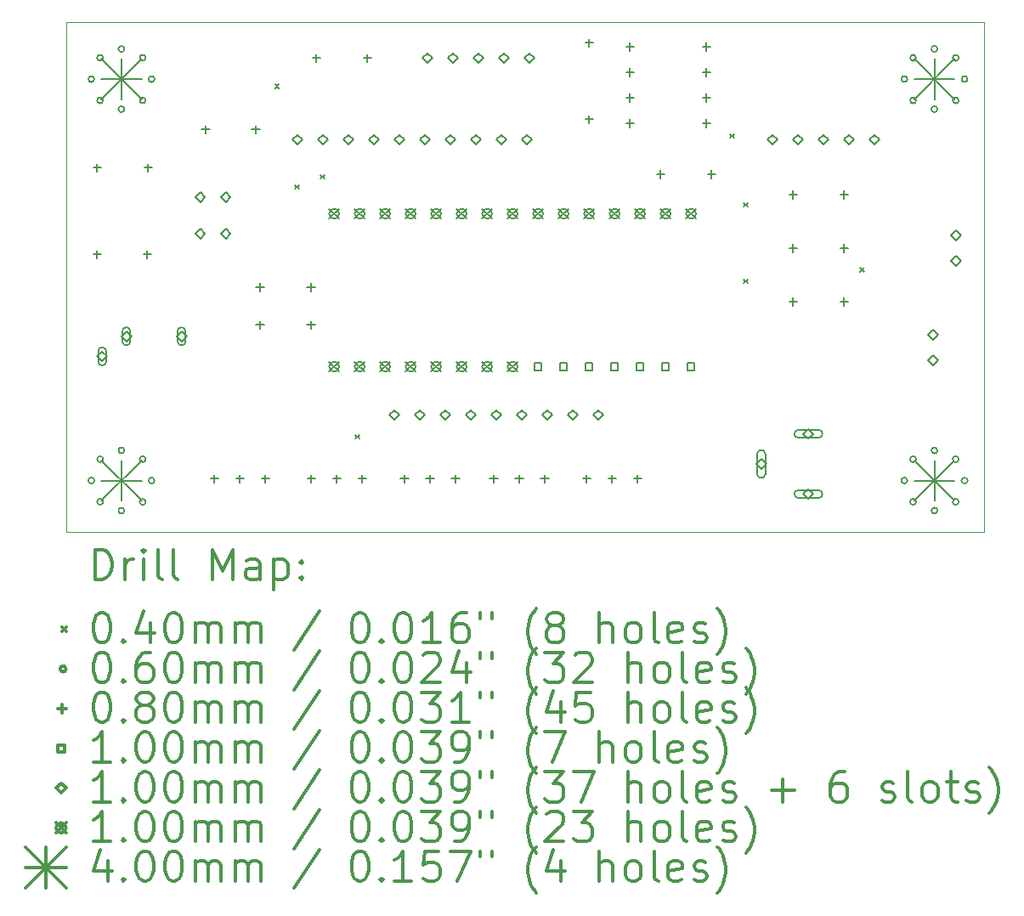
<source format=gbr>
%FSLAX45Y45*%
G04 Gerber Fmt 4.5, Leading zero omitted, Abs format (unit mm)*
G04 Created by KiCad (PCBNEW 5.0.2+dfsg1-1~bpo9+1) date Do 20 Okt 2022 11:31:40 CEST*
%MOMM*%
%LPD*%
G01*
G04 APERTURE LIST*
%ADD10C,0.100000*%
%ADD11C,0.200000*%
%ADD12C,0.300000*%
G04 APERTURE END LIST*
D10*
X6553200Y-7035800D02*
X6553200Y-12115800D01*
X15697200Y-7035800D02*
X6553200Y-7035800D01*
X15697200Y-12115800D02*
X15697200Y-7035800D01*
X6553200Y-12115800D02*
X15697200Y-12115800D01*
D11*
X8629863Y-7650800D02*
X8669863Y-7690800D01*
X8669863Y-7650800D02*
X8629863Y-7690800D01*
X8831900Y-8653700D02*
X8871900Y-8693700D01*
X8871900Y-8653700D02*
X8831900Y-8693700D01*
X9085900Y-8552500D02*
X9125900Y-8592500D01*
X9125900Y-8552500D02*
X9085900Y-8592500D01*
X9428800Y-11143300D02*
X9468800Y-11183300D01*
X9468800Y-11143300D02*
X9428800Y-11183300D01*
X13162600Y-8146100D02*
X13202600Y-8186100D01*
X13202600Y-8146100D02*
X13162600Y-8186100D01*
X13302300Y-8831900D02*
X13342300Y-8871900D01*
X13342300Y-8831900D02*
X13302300Y-8871900D01*
X13302300Y-9593900D02*
X13342300Y-9633900D01*
X13342300Y-9593900D02*
X13302300Y-9633900D01*
X14458000Y-9479600D02*
X14498000Y-9519600D01*
X14498000Y-9479600D02*
X14458000Y-9519600D01*
X6830000Y-11600000D02*
G75*
G03X6830000Y-11600000I-30000J0D01*
G01*
X6917868Y-11387868D02*
G75*
G03X6917868Y-11387868I-30000J0D01*
G01*
X6917868Y-11812132D02*
G75*
G03X6917868Y-11812132I-30000J0D01*
G01*
X7130000Y-11300000D02*
G75*
G03X7130000Y-11300000I-30000J0D01*
G01*
X7130000Y-11900000D02*
G75*
G03X7130000Y-11900000I-30000J0D01*
G01*
X7342132Y-11387868D02*
G75*
G03X7342132Y-11387868I-30000J0D01*
G01*
X7342132Y-11812132D02*
G75*
G03X7342132Y-11812132I-30000J0D01*
G01*
X7430000Y-11600000D02*
G75*
G03X7430000Y-11600000I-30000J0D01*
G01*
X6830000Y-7600000D02*
G75*
G03X6830000Y-7600000I-30000J0D01*
G01*
X6917868Y-7387868D02*
G75*
G03X6917868Y-7387868I-30000J0D01*
G01*
X6917868Y-7812132D02*
G75*
G03X6917868Y-7812132I-30000J0D01*
G01*
X7130000Y-7300000D02*
G75*
G03X7130000Y-7300000I-30000J0D01*
G01*
X7130000Y-7900000D02*
G75*
G03X7130000Y-7900000I-30000J0D01*
G01*
X7342132Y-7387868D02*
G75*
G03X7342132Y-7387868I-30000J0D01*
G01*
X7342132Y-7812132D02*
G75*
G03X7342132Y-7812132I-30000J0D01*
G01*
X7430000Y-7600000D02*
G75*
G03X7430000Y-7600000I-30000J0D01*
G01*
X14930000Y-7600000D02*
G75*
G03X14930000Y-7600000I-30000J0D01*
G01*
X15017868Y-7387868D02*
G75*
G03X15017868Y-7387868I-30000J0D01*
G01*
X15017868Y-7812132D02*
G75*
G03X15017868Y-7812132I-30000J0D01*
G01*
X15230000Y-7300000D02*
G75*
G03X15230000Y-7300000I-30000J0D01*
G01*
X15230000Y-7900000D02*
G75*
G03X15230000Y-7900000I-30000J0D01*
G01*
X15442132Y-7387868D02*
G75*
G03X15442132Y-7387868I-30000J0D01*
G01*
X15442132Y-7812132D02*
G75*
G03X15442132Y-7812132I-30000J0D01*
G01*
X15530000Y-7600000D02*
G75*
G03X15530000Y-7600000I-30000J0D01*
G01*
X14930000Y-11600000D02*
G75*
G03X14930000Y-11600000I-30000J0D01*
G01*
X15017868Y-11387868D02*
G75*
G03X15017868Y-11387868I-30000J0D01*
G01*
X15017868Y-11812132D02*
G75*
G03X15017868Y-11812132I-30000J0D01*
G01*
X15230000Y-11300000D02*
G75*
G03X15230000Y-11300000I-30000J0D01*
G01*
X15230000Y-11900000D02*
G75*
G03X15230000Y-11900000I-30000J0D01*
G01*
X15442132Y-11387868D02*
G75*
G03X15442132Y-11387868I-30000J0D01*
G01*
X15442132Y-11812132D02*
G75*
G03X15442132Y-11812132I-30000J0D01*
G01*
X15530000Y-11600000D02*
G75*
G03X15530000Y-11600000I-30000J0D01*
G01*
X6858000Y-9307200D02*
X6858000Y-9387200D01*
X6818000Y-9347200D02*
X6898000Y-9347200D01*
X7358000Y-9307200D02*
X7358000Y-9387200D01*
X7318000Y-9347200D02*
X7398000Y-9347200D01*
X8480600Y-10009400D02*
X8480600Y-10089400D01*
X8440600Y-10049400D02*
X8520600Y-10049400D01*
X8988600Y-10009400D02*
X8988600Y-10089400D01*
X8948600Y-10049400D02*
X9028600Y-10049400D01*
X9042400Y-7351400D02*
X9042400Y-7431400D01*
X9002400Y-7391400D02*
X9082400Y-7391400D01*
X9550400Y-7351400D02*
X9550400Y-7431400D01*
X9510400Y-7391400D02*
X9590400Y-7391400D01*
X6858000Y-8443600D02*
X6858000Y-8523600D01*
X6818000Y-8483600D02*
X6898000Y-8483600D01*
X7366000Y-8443600D02*
X7366000Y-8523600D01*
X7326000Y-8483600D02*
X7406000Y-8483600D01*
X13792200Y-9243700D02*
X13792200Y-9323700D01*
X13752200Y-9283700D02*
X13832200Y-9283700D01*
X14300200Y-9243700D02*
X14300200Y-9323700D01*
X14260200Y-9283700D02*
X14340200Y-9283700D01*
X8026400Y-11542400D02*
X8026400Y-11622400D01*
X7986400Y-11582400D02*
X8066400Y-11582400D01*
X8280400Y-11542400D02*
X8280400Y-11622400D01*
X8240400Y-11582400D02*
X8320400Y-11582400D01*
X8534400Y-11542400D02*
X8534400Y-11622400D01*
X8494400Y-11582400D02*
X8574400Y-11582400D01*
X9918700Y-11542400D02*
X9918700Y-11622400D01*
X9878700Y-11582400D02*
X9958700Y-11582400D01*
X10172700Y-11542400D02*
X10172700Y-11622400D01*
X10132700Y-11582400D02*
X10212700Y-11582400D01*
X10426700Y-11542400D02*
X10426700Y-11622400D01*
X10386700Y-11582400D02*
X10466700Y-11582400D01*
X8991600Y-11542400D02*
X8991600Y-11622400D01*
X8951600Y-11582400D02*
X9031600Y-11582400D01*
X9245600Y-11542400D02*
X9245600Y-11622400D01*
X9205600Y-11582400D02*
X9285600Y-11582400D01*
X9499600Y-11542400D02*
X9499600Y-11622400D01*
X9459600Y-11582400D02*
X9539600Y-11582400D01*
X11760200Y-7199000D02*
X11760200Y-7279000D01*
X11720200Y-7239000D02*
X11800200Y-7239000D01*
X11760200Y-7961000D02*
X11760200Y-8041000D01*
X11720200Y-8001000D02*
X11800200Y-8001000D01*
X8480600Y-9634400D02*
X8480600Y-9714400D01*
X8440600Y-9674400D02*
X8520600Y-9674400D01*
X8988600Y-9634400D02*
X8988600Y-9714400D01*
X8948600Y-9674400D02*
X9028600Y-9674400D01*
X12471400Y-8507100D02*
X12471400Y-8587100D01*
X12431400Y-8547100D02*
X12511400Y-8547100D01*
X12979400Y-8507100D02*
X12979400Y-8587100D01*
X12939400Y-8547100D02*
X13019400Y-8547100D01*
X13792200Y-9777100D02*
X13792200Y-9857100D01*
X13752200Y-9817100D02*
X13832200Y-9817100D01*
X14300200Y-9777100D02*
X14300200Y-9857100D01*
X14260200Y-9817100D02*
X14340200Y-9817100D01*
X13792200Y-8710300D02*
X13792200Y-8790300D01*
X13752200Y-8750300D02*
X13832200Y-8750300D01*
X14300200Y-8710300D02*
X14300200Y-8790300D01*
X14260200Y-8750300D02*
X14340200Y-8750300D01*
X7937500Y-8062600D02*
X7937500Y-8142600D01*
X7897500Y-8102600D02*
X7977500Y-8102600D01*
X8437500Y-8062600D02*
X8437500Y-8142600D01*
X8397500Y-8102600D02*
X8477500Y-8102600D01*
X11734800Y-11542400D02*
X11734800Y-11622400D01*
X11694800Y-11582400D02*
X11774800Y-11582400D01*
X11988800Y-11542400D02*
X11988800Y-11622400D01*
X11948800Y-11582400D02*
X12028800Y-11582400D01*
X12242800Y-11542400D02*
X12242800Y-11622400D01*
X12202800Y-11582400D02*
X12282800Y-11582400D01*
X10807700Y-11542400D02*
X10807700Y-11622400D01*
X10767700Y-11582400D02*
X10847700Y-11582400D01*
X11061700Y-11542400D02*
X11061700Y-11622400D01*
X11021700Y-11582400D02*
X11101700Y-11582400D01*
X11315700Y-11542400D02*
X11315700Y-11622400D01*
X11275700Y-11582400D02*
X11355700Y-11582400D01*
X12166600Y-7237100D02*
X12166600Y-7317100D01*
X12126600Y-7277100D02*
X12206600Y-7277100D01*
X12166600Y-7491100D02*
X12166600Y-7571100D01*
X12126600Y-7531100D02*
X12206600Y-7531100D01*
X12166600Y-7745100D02*
X12166600Y-7825100D01*
X12126600Y-7785100D02*
X12206600Y-7785100D01*
X12166600Y-7999100D02*
X12166600Y-8079100D01*
X12126600Y-8039100D02*
X12206600Y-8039100D01*
X12928600Y-7237100D02*
X12928600Y-7317100D01*
X12888600Y-7277100D02*
X12968600Y-7277100D01*
X12928600Y-7491100D02*
X12928600Y-7571100D01*
X12888600Y-7531100D02*
X12968600Y-7531100D01*
X12928600Y-7745100D02*
X12928600Y-7825100D01*
X12888600Y-7785100D02*
X12968600Y-7785100D01*
X12928600Y-7999100D02*
X12928600Y-8079100D01*
X12888600Y-8039100D02*
X12968600Y-8039100D01*
X11287493Y-10500093D02*
X11287493Y-10429507D01*
X11216907Y-10429507D01*
X11216907Y-10500093D01*
X11287493Y-10500093D01*
X11541493Y-10500093D02*
X11541493Y-10429507D01*
X11470907Y-10429507D01*
X11470907Y-10500093D01*
X11541493Y-10500093D01*
X11795493Y-10500093D02*
X11795493Y-10429507D01*
X11724907Y-10429507D01*
X11724907Y-10500093D01*
X11795493Y-10500093D01*
X12049493Y-10500093D02*
X12049493Y-10429507D01*
X11978907Y-10429507D01*
X11978907Y-10500093D01*
X12049493Y-10500093D01*
X12303493Y-10500093D02*
X12303493Y-10429507D01*
X12232907Y-10429507D01*
X12232907Y-10500093D01*
X12303493Y-10500093D01*
X12557493Y-10500093D02*
X12557493Y-10429507D01*
X12486907Y-10429507D01*
X12486907Y-10500093D01*
X12557493Y-10500093D01*
X12811493Y-10500093D02*
X12811493Y-10429507D01*
X12740907Y-10429507D01*
X12740907Y-10500093D01*
X12811493Y-10500093D01*
X6908800Y-10413200D02*
X6958800Y-10363200D01*
X6908800Y-10313200D01*
X6858800Y-10363200D01*
X6908800Y-10413200D01*
X6948800Y-10413200D02*
X6948800Y-10313200D01*
X6868800Y-10413200D02*
X6868800Y-10313200D01*
X6948800Y-10313200D02*
G75*
G03X6868800Y-10313200I-40000J0D01*
G01*
X6868800Y-10413200D02*
G75*
G03X6948800Y-10413200I40000J0D01*
G01*
X7148800Y-10213200D02*
X7198800Y-10163200D01*
X7148800Y-10113200D01*
X7098800Y-10163200D01*
X7148800Y-10213200D01*
X7188800Y-10213200D02*
X7188800Y-10113200D01*
X7108800Y-10213200D02*
X7108800Y-10113200D01*
X7188800Y-10113200D02*
G75*
G03X7108800Y-10113200I-40000J0D01*
G01*
X7108800Y-10213200D02*
G75*
G03X7188800Y-10213200I40000J0D01*
G01*
X7698800Y-10213200D02*
X7748800Y-10163200D01*
X7698800Y-10113200D01*
X7648800Y-10163200D01*
X7698800Y-10213200D01*
X7738800Y-10213200D02*
X7738800Y-10113200D01*
X7658800Y-10213200D02*
X7658800Y-10113200D01*
X7738800Y-10113200D02*
G75*
G03X7658800Y-10113200I-40000J0D01*
G01*
X7658800Y-10213200D02*
G75*
G03X7738800Y-10213200I40000J0D01*
G01*
X13474600Y-11484800D02*
X13524600Y-11434800D01*
X13474600Y-11384800D01*
X13424600Y-11434800D01*
X13474600Y-11484800D01*
X13434600Y-11334800D02*
X13434600Y-11534800D01*
X13514600Y-11334800D02*
X13514600Y-11534800D01*
X13434600Y-11534800D02*
G75*
G03X13514600Y-11534800I40000J0D01*
G01*
X13514600Y-11334800D02*
G75*
G03X13434600Y-11334800I-40000J0D01*
G01*
X13944600Y-11184800D02*
X13994600Y-11134800D01*
X13944600Y-11084800D01*
X13894600Y-11134800D01*
X13944600Y-11184800D01*
X14044600Y-11094800D02*
X13844600Y-11094800D01*
X14044600Y-11174800D02*
X13844600Y-11174800D01*
X13844600Y-11094800D02*
G75*
G03X13844600Y-11174800I0J-40000D01*
G01*
X14044600Y-11174800D02*
G75*
G03X14044600Y-11094800I0J40000D01*
G01*
X13944600Y-11784800D02*
X13994600Y-11734800D01*
X13944600Y-11684800D01*
X13894600Y-11734800D01*
X13944600Y-11784800D01*
X14044600Y-11694800D02*
X13844600Y-11694800D01*
X14044600Y-11774800D02*
X13844600Y-11774800D01*
X13844600Y-11694800D02*
G75*
G03X13844600Y-11774800I0J-40000D01*
G01*
X14044600Y-11774800D02*
G75*
G03X14044600Y-11694800I0J40000D01*
G01*
X13589000Y-8254200D02*
X13639000Y-8204200D01*
X13589000Y-8154200D01*
X13539000Y-8204200D01*
X13589000Y-8254200D01*
X13843000Y-8254200D02*
X13893000Y-8204200D01*
X13843000Y-8154200D01*
X13793000Y-8204200D01*
X13843000Y-8254200D01*
X14097000Y-8254200D02*
X14147000Y-8204200D01*
X14097000Y-8154200D01*
X14047000Y-8204200D01*
X14097000Y-8254200D01*
X14351000Y-8254200D02*
X14401000Y-8204200D01*
X14351000Y-8154200D01*
X14301000Y-8204200D01*
X14351000Y-8254200D01*
X14605000Y-8254200D02*
X14655000Y-8204200D01*
X14605000Y-8154200D01*
X14555000Y-8204200D01*
X14605000Y-8254200D01*
X7884448Y-8824565D02*
X7934448Y-8774565D01*
X7884448Y-8724565D01*
X7834448Y-8774565D01*
X7884448Y-8824565D01*
X8138448Y-8824565D02*
X8188448Y-8774565D01*
X8138448Y-8724565D01*
X8088448Y-8774565D01*
X8138448Y-8824565D01*
X15417800Y-9206700D02*
X15467800Y-9156700D01*
X15417800Y-9106700D01*
X15367800Y-9156700D01*
X15417800Y-9206700D01*
X15417800Y-9460700D02*
X15467800Y-9410700D01*
X15417800Y-9360700D01*
X15367800Y-9410700D01*
X15417800Y-9460700D01*
X15189200Y-10197300D02*
X15239200Y-10147300D01*
X15189200Y-10097300D01*
X15139200Y-10147300D01*
X15189200Y-10197300D01*
X15189200Y-10451300D02*
X15239200Y-10401300D01*
X15189200Y-10351300D01*
X15139200Y-10401300D01*
X15189200Y-10451300D01*
X8851900Y-8254200D02*
X8901900Y-8204200D01*
X8851900Y-8154200D01*
X8801900Y-8204200D01*
X8851900Y-8254200D01*
X9105900Y-8254200D02*
X9155900Y-8204200D01*
X9105900Y-8154200D01*
X9055900Y-8204200D01*
X9105900Y-8254200D01*
X9359900Y-8254200D02*
X9409900Y-8204200D01*
X9359900Y-8154200D01*
X9309900Y-8204200D01*
X9359900Y-8254200D01*
X9613900Y-8254200D02*
X9663900Y-8204200D01*
X9613900Y-8154200D01*
X9563900Y-8204200D01*
X9613900Y-8254200D01*
X9867900Y-8254200D02*
X9917900Y-8204200D01*
X9867900Y-8154200D01*
X9817900Y-8204200D01*
X9867900Y-8254200D01*
X10121900Y-8254200D02*
X10171900Y-8204200D01*
X10121900Y-8154200D01*
X10071900Y-8204200D01*
X10121900Y-8254200D01*
X10375900Y-8254200D02*
X10425900Y-8204200D01*
X10375900Y-8154200D01*
X10325900Y-8204200D01*
X10375900Y-8254200D01*
X10629900Y-8254200D02*
X10679900Y-8204200D01*
X10629900Y-8154200D01*
X10579900Y-8204200D01*
X10629900Y-8254200D01*
X10883900Y-8254200D02*
X10933900Y-8204200D01*
X10883900Y-8154200D01*
X10833900Y-8204200D01*
X10883900Y-8254200D01*
X11137900Y-8254200D02*
X11187900Y-8204200D01*
X11137900Y-8154200D01*
X11087900Y-8204200D01*
X11137900Y-8254200D01*
X7884448Y-9189565D02*
X7934448Y-9139565D01*
X7884448Y-9089565D01*
X7834448Y-9139565D01*
X7884448Y-9189565D01*
X8138448Y-9189565D02*
X8188448Y-9139565D01*
X8138448Y-9089565D01*
X8088448Y-9139565D01*
X8138448Y-9189565D01*
X9817100Y-10997400D02*
X9867100Y-10947400D01*
X9817100Y-10897400D01*
X9767100Y-10947400D01*
X9817100Y-10997400D01*
X10071100Y-10997400D02*
X10121100Y-10947400D01*
X10071100Y-10897400D01*
X10021100Y-10947400D01*
X10071100Y-10997400D01*
X10325100Y-10997400D02*
X10375100Y-10947400D01*
X10325100Y-10897400D01*
X10275100Y-10947400D01*
X10325100Y-10997400D01*
X10579100Y-10997400D02*
X10629100Y-10947400D01*
X10579100Y-10897400D01*
X10529100Y-10947400D01*
X10579100Y-10997400D01*
X10833100Y-10997400D02*
X10883100Y-10947400D01*
X10833100Y-10897400D01*
X10783100Y-10947400D01*
X10833100Y-10997400D01*
X11087100Y-10997400D02*
X11137100Y-10947400D01*
X11087100Y-10897400D01*
X11037100Y-10947400D01*
X11087100Y-10997400D01*
X11341100Y-10997400D02*
X11391100Y-10947400D01*
X11341100Y-10897400D01*
X11291100Y-10947400D01*
X11341100Y-10997400D01*
X11595100Y-10997400D02*
X11645100Y-10947400D01*
X11595100Y-10897400D01*
X11545100Y-10947400D01*
X11595100Y-10997400D01*
X11849100Y-10997400D02*
X11899100Y-10947400D01*
X11849100Y-10897400D01*
X11799100Y-10947400D01*
X11849100Y-10997400D01*
X10147300Y-7441400D02*
X10197300Y-7391400D01*
X10147300Y-7341400D01*
X10097300Y-7391400D01*
X10147300Y-7441400D01*
X10401300Y-7441400D02*
X10451300Y-7391400D01*
X10401300Y-7341400D01*
X10351300Y-7391400D01*
X10401300Y-7441400D01*
X10655300Y-7441400D02*
X10705300Y-7391400D01*
X10655300Y-7341400D01*
X10605300Y-7391400D01*
X10655300Y-7441400D01*
X10909300Y-7441400D02*
X10959300Y-7391400D01*
X10909300Y-7341400D01*
X10859300Y-7391400D01*
X10909300Y-7441400D01*
X11163300Y-7441400D02*
X11213300Y-7391400D01*
X11163300Y-7341400D01*
X11113300Y-7391400D01*
X11163300Y-7441400D01*
X9170162Y-8890762D02*
X9270238Y-8990838D01*
X9270238Y-8890762D02*
X9170162Y-8990838D01*
X9270238Y-8940800D02*
G75*
G03X9270238Y-8940800I-50038J0D01*
G01*
X9170162Y-10414762D02*
X9270238Y-10514838D01*
X9270238Y-10414762D02*
X9170162Y-10514838D01*
X9270238Y-10464800D02*
G75*
G03X9270238Y-10464800I-50038J0D01*
G01*
X9424162Y-8890762D02*
X9524238Y-8990838D01*
X9524238Y-8890762D02*
X9424162Y-8990838D01*
X9524238Y-8940800D02*
G75*
G03X9524238Y-8940800I-50038J0D01*
G01*
X9424162Y-10414762D02*
X9524238Y-10514838D01*
X9524238Y-10414762D02*
X9424162Y-10514838D01*
X9524238Y-10464800D02*
G75*
G03X9524238Y-10464800I-50038J0D01*
G01*
X9678162Y-8890762D02*
X9778238Y-8990838D01*
X9778238Y-8890762D02*
X9678162Y-8990838D01*
X9778238Y-8940800D02*
G75*
G03X9778238Y-8940800I-50038J0D01*
G01*
X9678162Y-10414762D02*
X9778238Y-10514838D01*
X9778238Y-10414762D02*
X9678162Y-10514838D01*
X9778238Y-10464800D02*
G75*
G03X9778238Y-10464800I-50038J0D01*
G01*
X9932162Y-8890762D02*
X10032238Y-8990838D01*
X10032238Y-8890762D02*
X9932162Y-8990838D01*
X10032238Y-8940800D02*
G75*
G03X10032238Y-8940800I-50038J0D01*
G01*
X9932162Y-10414762D02*
X10032238Y-10514838D01*
X10032238Y-10414762D02*
X9932162Y-10514838D01*
X10032238Y-10464800D02*
G75*
G03X10032238Y-10464800I-50038J0D01*
G01*
X10186162Y-8890762D02*
X10286238Y-8990838D01*
X10286238Y-8890762D02*
X10186162Y-8990838D01*
X10286238Y-8940800D02*
G75*
G03X10286238Y-8940800I-50038J0D01*
G01*
X10186162Y-10414762D02*
X10286238Y-10514838D01*
X10286238Y-10414762D02*
X10186162Y-10514838D01*
X10286238Y-10464800D02*
G75*
G03X10286238Y-10464800I-50038J0D01*
G01*
X10440162Y-8890762D02*
X10540238Y-8990838D01*
X10540238Y-8890762D02*
X10440162Y-8990838D01*
X10540238Y-8940800D02*
G75*
G03X10540238Y-8940800I-50038J0D01*
G01*
X10440162Y-10414762D02*
X10540238Y-10514838D01*
X10540238Y-10414762D02*
X10440162Y-10514838D01*
X10540238Y-10464800D02*
G75*
G03X10540238Y-10464800I-50038J0D01*
G01*
X10694162Y-8890762D02*
X10794238Y-8990838D01*
X10794238Y-8890762D02*
X10694162Y-8990838D01*
X10794238Y-8940800D02*
G75*
G03X10794238Y-8940800I-50038J0D01*
G01*
X10694162Y-10414762D02*
X10794238Y-10514838D01*
X10794238Y-10414762D02*
X10694162Y-10514838D01*
X10794238Y-10464800D02*
G75*
G03X10794238Y-10464800I-50038J0D01*
G01*
X10948162Y-8890762D02*
X11048238Y-8990838D01*
X11048238Y-8890762D02*
X10948162Y-8990838D01*
X11048238Y-8940800D02*
G75*
G03X11048238Y-8940800I-50038J0D01*
G01*
X10948162Y-10414762D02*
X11048238Y-10514838D01*
X11048238Y-10414762D02*
X10948162Y-10514838D01*
X11048238Y-10464800D02*
G75*
G03X11048238Y-10464800I-50038J0D01*
G01*
X11202162Y-8890762D02*
X11302238Y-8990838D01*
X11302238Y-8890762D02*
X11202162Y-8990838D01*
X11302238Y-8940800D02*
G75*
G03X11302238Y-8940800I-50038J0D01*
G01*
X11456162Y-8890762D02*
X11556238Y-8990838D01*
X11556238Y-8890762D02*
X11456162Y-8990838D01*
X11556238Y-8940800D02*
G75*
G03X11556238Y-8940800I-50038J0D01*
G01*
X11710162Y-8890762D02*
X11810238Y-8990838D01*
X11810238Y-8890762D02*
X11710162Y-8990838D01*
X11810238Y-8940800D02*
G75*
G03X11810238Y-8940800I-50038J0D01*
G01*
X11964162Y-8890762D02*
X12064238Y-8990838D01*
X12064238Y-8890762D02*
X11964162Y-8990838D01*
X12064238Y-8940800D02*
G75*
G03X12064238Y-8940800I-50038J0D01*
G01*
X12218162Y-8890762D02*
X12318238Y-8990838D01*
X12318238Y-8890762D02*
X12218162Y-8990838D01*
X12318238Y-8940800D02*
G75*
G03X12318238Y-8940800I-50038J0D01*
G01*
X12472162Y-8890762D02*
X12572238Y-8990838D01*
X12572238Y-8890762D02*
X12472162Y-8990838D01*
X12572238Y-8940800D02*
G75*
G03X12572238Y-8940800I-50038J0D01*
G01*
X12726162Y-8890762D02*
X12826238Y-8990838D01*
X12826238Y-8890762D02*
X12726162Y-8990838D01*
X12826238Y-8940800D02*
G75*
G03X12826238Y-8940800I-50038J0D01*
G01*
X6900000Y-11400000D02*
X7300000Y-11800000D01*
X7300000Y-11400000D02*
X6900000Y-11800000D01*
X7100000Y-11400000D02*
X7100000Y-11800000D01*
X6900000Y-11600000D02*
X7300000Y-11600000D01*
X6900000Y-7400000D02*
X7300000Y-7800000D01*
X7300000Y-7400000D02*
X6900000Y-7800000D01*
X7100000Y-7400000D02*
X7100000Y-7800000D01*
X6900000Y-7600000D02*
X7300000Y-7600000D01*
X15000000Y-7400000D02*
X15400000Y-7800000D01*
X15400000Y-7400000D02*
X15000000Y-7800000D01*
X15200000Y-7400000D02*
X15200000Y-7800000D01*
X15000000Y-7600000D02*
X15400000Y-7600000D01*
X15000000Y-11400000D02*
X15400000Y-11800000D01*
X15400000Y-11400000D02*
X15000000Y-11800000D01*
X15200000Y-11400000D02*
X15200000Y-11800000D01*
X15000000Y-11600000D02*
X15400000Y-11600000D01*
D12*
X6834628Y-12586514D02*
X6834628Y-12286514D01*
X6906057Y-12286514D01*
X6948914Y-12300800D01*
X6977486Y-12329371D01*
X6991771Y-12357943D01*
X7006057Y-12415086D01*
X7006057Y-12457943D01*
X6991771Y-12515086D01*
X6977486Y-12543657D01*
X6948914Y-12572229D01*
X6906057Y-12586514D01*
X6834628Y-12586514D01*
X7134628Y-12586514D02*
X7134628Y-12386514D01*
X7134628Y-12443657D02*
X7148914Y-12415086D01*
X7163200Y-12400800D01*
X7191771Y-12386514D01*
X7220343Y-12386514D01*
X7320343Y-12586514D02*
X7320343Y-12386514D01*
X7320343Y-12286514D02*
X7306057Y-12300800D01*
X7320343Y-12315086D01*
X7334628Y-12300800D01*
X7320343Y-12286514D01*
X7320343Y-12315086D01*
X7506057Y-12586514D02*
X7477486Y-12572229D01*
X7463200Y-12543657D01*
X7463200Y-12286514D01*
X7663200Y-12586514D02*
X7634628Y-12572229D01*
X7620343Y-12543657D01*
X7620343Y-12286514D01*
X8006057Y-12586514D02*
X8006057Y-12286514D01*
X8106057Y-12500800D01*
X8206057Y-12286514D01*
X8206057Y-12586514D01*
X8477486Y-12586514D02*
X8477486Y-12429371D01*
X8463200Y-12400800D01*
X8434628Y-12386514D01*
X8377486Y-12386514D01*
X8348914Y-12400800D01*
X8477486Y-12572229D02*
X8448914Y-12586514D01*
X8377486Y-12586514D01*
X8348914Y-12572229D01*
X8334628Y-12543657D01*
X8334628Y-12515086D01*
X8348914Y-12486514D01*
X8377486Y-12472229D01*
X8448914Y-12472229D01*
X8477486Y-12457943D01*
X8620343Y-12386514D02*
X8620343Y-12686514D01*
X8620343Y-12400800D02*
X8648914Y-12386514D01*
X8706057Y-12386514D01*
X8734628Y-12400800D01*
X8748914Y-12415086D01*
X8763200Y-12443657D01*
X8763200Y-12529371D01*
X8748914Y-12557943D01*
X8734628Y-12572229D01*
X8706057Y-12586514D01*
X8648914Y-12586514D01*
X8620343Y-12572229D01*
X8891771Y-12557943D02*
X8906057Y-12572229D01*
X8891771Y-12586514D01*
X8877486Y-12572229D01*
X8891771Y-12557943D01*
X8891771Y-12586514D01*
X8891771Y-12400800D02*
X8906057Y-12415086D01*
X8891771Y-12429371D01*
X8877486Y-12415086D01*
X8891771Y-12400800D01*
X8891771Y-12429371D01*
X6508200Y-13060800D02*
X6548200Y-13100800D01*
X6548200Y-13060800D02*
X6508200Y-13100800D01*
X6891771Y-12916514D02*
X6920343Y-12916514D01*
X6948914Y-12930800D01*
X6963200Y-12945086D01*
X6977486Y-12973657D01*
X6991771Y-13030800D01*
X6991771Y-13102229D01*
X6977486Y-13159371D01*
X6963200Y-13187943D01*
X6948914Y-13202229D01*
X6920343Y-13216514D01*
X6891771Y-13216514D01*
X6863200Y-13202229D01*
X6848914Y-13187943D01*
X6834628Y-13159371D01*
X6820343Y-13102229D01*
X6820343Y-13030800D01*
X6834628Y-12973657D01*
X6848914Y-12945086D01*
X6863200Y-12930800D01*
X6891771Y-12916514D01*
X7120343Y-13187943D02*
X7134628Y-13202229D01*
X7120343Y-13216514D01*
X7106057Y-13202229D01*
X7120343Y-13187943D01*
X7120343Y-13216514D01*
X7391771Y-13016514D02*
X7391771Y-13216514D01*
X7320343Y-12902229D02*
X7248914Y-13116514D01*
X7434628Y-13116514D01*
X7606057Y-12916514D02*
X7634628Y-12916514D01*
X7663200Y-12930800D01*
X7677486Y-12945086D01*
X7691771Y-12973657D01*
X7706057Y-13030800D01*
X7706057Y-13102229D01*
X7691771Y-13159371D01*
X7677486Y-13187943D01*
X7663200Y-13202229D01*
X7634628Y-13216514D01*
X7606057Y-13216514D01*
X7577486Y-13202229D01*
X7563200Y-13187943D01*
X7548914Y-13159371D01*
X7534628Y-13102229D01*
X7534628Y-13030800D01*
X7548914Y-12973657D01*
X7563200Y-12945086D01*
X7577486Y-12930800D01*
X7606057Y-12916514D01*
X7834628Y-13216514D02*
X7834628Y-13016514D01*
X7834628Y-13045086D02*
X7848914Y-13030800D01*
X7877486Y-13016514D01*
X7920343Y-13016514D01*
X7948914Y-13030800D01*
X7963200Y-13059371D01*
X7963200Y-13216514D01*
X7963200Y-13059371D02*
X7977486Y-13030800D01*
X8006057Y-13016514D01*
X8048914Y-13016514D01*
X8077486Y-13030800D01*
X8091771Y-13059371D01*
X8091771Y-13216514D01*
X8234628Y-13216514D02*
X8234628Y-13016514D01*
X8234628Y-13045086D02*
X8248914Y-13030800D01*
X8277486Y-13016514D01*
X8320343Y-13016514D01*
X8348914Y-13030800D01*
X8363200Y-13059371D01*
X8363200Y-13216514D01*
X8363200Y-13059371D02*
X8377486Y-13030800D01*
X8406057Y-13016514D01*
X8448914Y-13016514D01*
X8477486Y-13030800D01*
X8491771Y-13059371D01*
X8491771Y-13216514D01*
X9077486Y-12902229D02*
X8820343Y-13287943D01*
X9463200Y-12916514D02*
X9491771Y-12916514D01*
X9520343Y-12930800D01*
X9534628Y-12945086D01*
X9548914Y-12973657D01*
X9563200Y-13030800D01*
X9563200Y-13102229D01*
X9548914Y-13159371D01*
X9534628Y-13187943D01*
X9520343Y-13202229D01*
X9491771Y-13216514D01*
X9463200Y-13216514D01*
X9434628Y-13202229D01*
X9420343Y-13187943D01*
X9406057Y-13159371D01*
X9391771Y-13102229D01*
X9391771Y-13030800D01*
X9406057Y-12973657D01*
X9420343Y-12945086D01*
X9434628Y-12930800D01*
X9463200Y-12916514D01*
X9691771Y-13187943D02*
X9706057Y-13202229D01*
X9691771Y-13216514D01*
X9677486Y-13202229D01*
X9691771Y-13187943D01*
X9691771Y-13216514D01*
X9891771Y-12916514D02*
X9920343Y-12916514D01*
X9948914Y-12930800D01*
X9963200Y-12945086D01*
X9977486Y-12973657D01*
X9991771Y-13030800D01*
X9991771Y-13102229D01*
X9977486Y-13159371D01*
X9963200Y-13187943D01*
X9948914Y-13202229D01*
X9920343Y-13216514D01*
X9891771Y-13216514D01*
X9863200Y-13202229D01*
X9848914Y-13187943D01*
X9834628Y-13159371D01*
X9820343Y-13102229D01*
X9820343Y-13030800D01*
X9834628Y-12973657D01*
X9848914Y-12945086D01*
X9863200Y-12930800D01*
X9891771Y-12916514D01*
X10277486Y-13216514D02*
X10106057Y-13216514D01*
X10191771Y-13216514D02*
X10191771Y-12916514D01*
X10163200Y-12959371D01*
X10134628Y-12987943D01*
X10106057Y-13002229D01*
X10534628Y-12916514D02*
X10477486Y-12916514D01*
X10448914Y-12930800D01*
X10434628Y-12945086D01*
X10406057Y-12987943D01*
X10391771Y-13045086D01*
X10391771Y-13159371D01*
X10406057Y-13187943D01*
X10420343Y-13202229D01*
X10448914Y-13216514D01*
X10506057Y-13216514D01*
X10534628Y-13202229D01*
X10548914Y-13187943D01*
X10563200Y-13159371D01*
X10563200Y-13087943D01*
X10548914Y-13059371D01*
X10534628Y-13045086D01*
X10506057Y-13030800D01*
X10448914Y-13030800D01*
X10420343Y-13045086D01*
X10406057Y-13059371D01*
X10391771Y-13087943D01*
X10677486Y-12916514D02*
X10677486Y-12973657D01*
X10791771Y-12916514D02*
X10791771Y-12973657D01*
X11234628Y-13330800D02*
X11220343Y-13316514D01*
X11191771Y-13273657D01*
X11177486Y-13245086D01*
X11163200Y-13202229D01*
X11148914Y-13130800D01*
X11148914Y-13073657D01*
X11163200Y-13002229D01*
X11177486Y-12959371D01*
X11191771Y-12930800D01*
X11220343Y-12887943D01*
X11234628Y-12873657D01*
X11391771Y-13045086D02*
X11363200Y-13030800D01*
X11348914Y-13016514D01*
X11334628Y-12987943D01*
X11334628Y-12973657D01*
X11348914Y-12945086D01*
X11363200Y-12930800D01*
X11391771Y-12916514D01*
X11448914Y-12916514D01*
X11477486Y-12930800D01*
X11491771Y-12945086D01*
X11506057Y-12973657D01*
X11506057Y-12987943D01*
X11491771Y-13016514D01*
X11477486Y-13030800D01*
X11448914Y-13045086D01*
X11391771Y-13045086D01*
X11363200Y-13059371D01*
X11348914Y-13073657D01*
X11334628Y-13102229D01*
X11334628Y-13159371D01*
X11348914Y-13187943D01*
X11363200Y-13202229D01*
X11391771Y-13216514D01*
X11448914Y-13216514D01*
X11477486Y-13202229D01*
X11491771Y-13187943D01*
X11506057Y-13159371D01*
X11506057Y-13102229D01*
X11491771Y-13073657D01*
X11477486Y-13059371D01*
X11448914Y-13045086D01*
X11863200Y-13216514D02*
X11863200Y-12916514D01*
X11991771Y-13216514D02*
X11991771Y-13059371D01*
X11977486Y-13030800D01*
X11948914Y-13016514D01*
X11906057Y-13016514D01*
X11877486Y-13030800D01*
X11863200Y-13045086D01*
X12177486Y-13216514D02*
X12148914Y-13202229D01*
X12134628Y-13187943D01*
X12120343Y-13159371D01*
X12120343Y-13073657D01*
X12134628Y-13045086D01*
X12148914Y-13030800D01*
X12177486Y-13016514D01*
X12220343Y-13016514D01*
X12248914Y-13030800D01*
X12263200Y-13045086D01*
X12277486Y-13073657D01*
X12277486Y-13159371D01*
X12263200Y-13187943D01*
X12248914Y-13202229D01*
X12220343Y-13216514D01*
X12177486Y-13216514D01*
X12448914Y-13216514D02*
X12420343Y-13202229D01*
X12406057Y-13173657D01*
X12406057Y-12916514D01*
X12677486Y-13202229D02*
X12648914Y-13216514D01*
X12591771Y-13216514D01*
X12563200Y-13202229D01*
X12548914Y-13173657D01*
X12548914Y-13059371D01*
X12563200Y-13030800D01*
X12591771Y-13016514D01*
X12648914Y-13016514D01*
X12677486Y-13030800D01*
X12691771Y-13059371D01*
X12691771Y-13087943D01*
X12548914Y-13116514D01*
X12806057Y-13202229D02*
X12834628Y-13216514D01*
X12891771Y-13216514D01*
X12920343Y-13202229D01*
X12934628Y-13173657D01*
X12934628Y-13159371D01*
X12920343Y-13130800D01*
X12891771Y-13116514D01*
X12848914Y-13116514D01*
X12820343Y-13102229D01*
X12806057Y-13073657D01*
X12806057Y-13059371D01*
X12820343Y-13030800D01*
X12848914Y-13016514D01*
X12891771Y-13016514D01*
X12920343Y-13030800D01*
X13034628Y-13330800D02*
X13048914Y-13316514D01*
X13077486Y-13273657D01*
X13091771Y-13245086D01*
X13106057Y-13202229D01*
X13120343Y-13130800D01*
X13120343Y-13073657D01*
X13106057Y-13002229D01*
X13091771Y-12959371D01*
X13077486Y-12930800D01*
X13048914Y-12887943D01*
X13034628Y-12873657D01*
X6548200Y-13476800D02*
G75*
G03X6548200Y-13476800I-30000J0D01*
G01*
X6891771Y-13312514D02*
X6920343Y-13312514D01*
X6948914Y-13326800D01*
X6963200Y-13341086D01*
X6977486Y-13369657D01*
X6991771Y-13426800D01*
X6991771Y-13498229D01*
X6977486Y-13555371D01*
X6963200Y-13583943D01*
X6948914Y-13598229D01*
X6920343Y-13612514D01*
X6891771Y-13612514D01*
X6863200Y-13598229D01*
X6848914Y-13583943D01*
X6834628Y-13555371D01*
X6820343Y-13498229D01*
X6820343Y-13426800D01*
X6834628Y-13369657D01*
X6848914Y-13341086D01*
X6863200Y-13326800D01*
X6891771Y-13312514D01*
X7120343Y-13583943D02*
X7134628Y-13598229D01*
X7120343Y-13612514D01*
X7106057Y-13598229D01*
X7120343Y-13583943D01*
X7120343Y-13612514D01*
X7391771Y-13312514D02*
X7334628Y-13312514D01*
X7306057Y-13326800D01*
X7291771Y-13341086D01*
X7263200Y-13383943D01*
X7248914Y-13441086D01*
X7248914Y-13555371D01*
X7263200Y-13583943D01*
X7277486Y-13598229D01*
X7306057Y-13612514D01*
X7363200Y-13612514D01*
X7391771Y-13598229D01*
X7406057Y-13583943D01*
X7420343Y-13555371D01*
X7420343Y-13483943D01*
X7406057Y-13455371D01*
X7391771Y-13441086D01*
X7363200Y-13426800D01*
X7306057Y-13426800D01*
X7277486Y-13441086D01*
X7263200Y-13455371D01*
X7248914Y-13483943D01*
X7606057Y-13312514D02*
X7634628Y-13312514D01*
X7663200Y-13326800D01*
X7677486Y-13341086D01*
X7691771Y-13369657D01*
X7706057Y-13426800D01*
X7706057Y-13498229D01*
X7691771Y-13555371D01*
X7677486Y-13583943D01*
X7663200Y-13598229D01*
X7634628Y-13612514D01*
X7606057Y-13612514D01*
X7577486Y-13598229D01*
X7563200Y-13583943D01*
X7548914Y-13555371D01*
X7534628Y-13498229D01*
X7534628Y-13426800D01*
X7548914Y-13369657D01*
X7563200Y-13341086D01*
X7577486Y-13326800D01*
X7606057Y-13312514D01*
X7834628Y-13612514D02*
X7834628Y-13412514D01*
X7834628Y-13441086D02*
X7848914Y-13426800D01*
X7877486Y-13412514D01*
X7920343Y-13412514D01*
X7948914Y-13426800D01*
X7963200Y-13455371D01*
X7963200Y-13612514D01*
X7963200Y-13455371D02*
X7977486Y-13426800D01*
X8006057Y-13412514D01*
X8048914Y-13412514D01*
X8077486Y-13426800D01*
X8091771Y-13455371D01*
X8091771Y-13612514D01*
X8234628Y-13612514D02*
X8234628Y-13412514D01*
X8234628Y-13441086D02*
X8248914Y-13426800D01*
X8277486Y-13412514D01*
X8320343Y-13412514D01*
X8348914Y-13426800D01*
X8363200Y-13455371D01*
X8363200Y-13612514D01*
X8363200Y-13455371D02*
X8377486Y-13426800D01*
X8406057Y-13412514D01*
X8448914Y-13412514D01*
X8477486Y-13426800D01*
X8491771Y-13455371D01*
X8491771Y-13612514D01*
X9077486Y-13298229D02*
X8820343Y-13683943D01*
X9463200Y-13312514D02*
X9491771Y-13312514D01*
X9520343Y-13326800D01*
X9534628Y-13341086D01*
X9548914Y-13369657D01*
X9563200Y-13426800D01*
X9563200Y-13498229D01*
X9548914Y-13555371D01*
X9534628Y-13583943D01*
X9520343Y-13598229D01*
X9491771Y-13612514D01*
X9463200Y-13612514D01*
X9434628Y-13598229D01*
X9420343Y-13583943D01*
X9406057Y-13555371D01*
X9391771Y-13498229D01*
X9391771Y-13426800D01*
X9406057Y-13369657D01*
X9420343Y-13341086D01*
X9434628Y-13326800D01*
X9463200Y-13312514D01*
X9691771Y-13583943D02*
X9706057Y-13598229D01*
X9691771Y-13612514D01*
X9677486Y-13598229D01*
X9691771Y-13583943D01*
X9691771Y-13612514D01*
X9891771Y-13312514D02*
X9920343Y-13312514D01*
X9948914Y-13326800D01*
X9963200Y-13341086D01*
X9977486Y-13369657D01*
X9991771Y-13426800D01*
X9991771Y-13498229D01*
X9977486Y-13555371D01*
X9963200Y-13583943D01*
X9948914Y-13598229D01*
X9920343Y-13612514D01*
X9891771Y-13612514D01*
X9863200Y-13598229D01*
X9848914Y-13583943D01*
X9834628Y-13555371D01*
X9820343Y-13498229D01*
X9820343Y-13426800D01*
X9834628Y-13369657D01*
X9848914Y-13341086D01*
X9863200Y-13326800D01*
X9891771Y-13312514D01*
X10106057Y-13341086D02*
X10120343Y-13326800D01*
X10148914Y-13312514D01*
X10220343Y-13312514D01*
X10248914Y-13326800D01*
X10263200Y-13341086D01*
X10277486Y-13369657D01*
X10277486Y-13398229D01*
X10263200Y-13441086D01*
X10091771Y-13612514D01*
X10277486Y-13612514D01*
X10534628Y-13412514D02*
X10534628Y-13612514D01*
X10463200Y-13298229D02*
X10391771Y-13512514D01*
X10577486Y-13512514D01*
X10677486Y-13312514D02*
X10677486Y-13369657D01*
X10791771Y-13312514D02*
X10791771Y-13369657D01*
X11234628Y-13726800D02*
X11220343Y-13712514D01*
X11191771Y-13669657D01*
X11177486Y-13641086D01*
X11163200Y-13598229D01*
X11148914Y-13526800D01*
X11148914Y-13469657D01*
X11163200Y-13398229D01*
X11177486Y-13355371D01*
X11191771Y-13326800D01*
X11220343Y-13283943D01*
X11234628Y-13269657D01*
X11320343Y-13312514D02*
X11506057Y-13312514D01*
X11406057Y-13426800D01*
X11448914Y-13426800D01*
X11477486Y-13441086D01*
X11491771Y-13455371D01*
X11506057Y-13483943D01*
X11506057Y-13555371D01*
X11491771Y-13583943D01*
X11477486Y-13598229D01*
X11448914Y-13612514D01*
X11363200Y-13612514D01*
X11334628Y-13598229D01*
X11320343Y-13583943D01*
X11620343Y-13341086D02*
X11634628Y-13326800D01*
X11663200Y-13312514D01*
X11734628Y-13312514D01*
X11763200Y-13326800D01*
X11777486Y-13341086D01*
X11791771Y-13369657D01*
X11791771Y-13398229D01*
X11777486Y-13441086D01*
X11606057Y-13612514D01*
X11791771Y-13612514D01*
X12148914Y-13612514D02*
X12148914Y-13312514D01*
X12277486Y-13612514D02*
X12277486Y-13455371D01*
X12263200Y-13426800D01*
X12234628Y-13412514D01*
X12191771Y-13412514D01*
X12163200Y-13426800D01*
X12148914Y-13441086D01*
X12463200Y-13612514D02*
X12434628Y-13598229D01*
X12420343Y-13583943D01*
X12406057Y-13555371D01*
X12406057Y-13469657D01*
X12420343Y-13441086D01*
X12434628Y-13426800D01*
X12463200Y-13412514D01*
X12506057Y-13412514D01*
X12534628Y-13426800D01*
X12548914Y-13441086D01*
X12563200Y-13469657D01*
X12563200Y-13555371D01*
X12548914Y-13583943D01*
X12534628Y-13598229D01*
X12506057Y-13612514D01*
X12463200Y-13612514D01*
X12734628Y-13612514D02*
X12706057Y-13598229D01*
X12691771Y-13569657D01*
X12691771Y-13312514D01*
X12963200Y-13598229D02*
X12934628Y-13612514D01*
X12877486Y-13612514D01*
X12848914Y-13598229D01*
X12834628Y-13569657D01*
X12834628Y-13455371D01*
X12848914Y-13426800D01*
X12877486Y-13412514D01*
X12934628Y-13412514D01*
X12963200Y-13426800D01*
X12977486Y-13455371D01*
X12977486Y-13483943D01*
X12834628Y-13512514D01*
X13091771Y-13598229D02*
X13120343Y-13612514D01*
X13177486Y-13612514D01*
X13206057Y-13598229D01*
X13220343Y-13569657D01*
X13220343Y-13555371D01*
X13206057Y-13526800D01*
X13177486Y-13512514D01*
X13134628Y-13512514D01*
X13106057Y-13498229D01*
X13091771Y-13469657D01*
X13091771Y-13455371D01*
X13106057Y-13426800D01*
X13134628Y-13412514D01*
X13177486Y-13412514D01*
X13206057Y-13426800D01*
X13320343Y-13726800D02*
X13334628Y-13712514D01*
X13363200Y-13669657D01*
X13377486Y-13641086D01*
X13391771Y-13598229D01*
X13406057Y-13526800D01*
X13406057Y-13469657D01*
X13391771Y-13398229D01*
X13377486Y-13355371D01*
X13363200Y-13326800D01*
X13334628Y-13283943D01*
X13320343Y-13269657D01*
X6508200Y-13832800D02*
X6508200Y-13912800D01*
X6468200Y-13872800D02*
X6548200Y-13872800D01*
X6891771Y-13708514D02*
X6920343Y-13708514D01*
X6948914Y-13722800D01*
X6963200Y-13737086D01*
X6977486Y-13765657D01*
X6991771Y-13822800D01*
X6991771Y-13894229D01*
X6977486Y-13951371D01*
X6963200Y-13979943D01*
X6948914Y-13994229D01*
X6920343Y-14008514D01*
X6891771Y-14008514D01*
X6863200Y-13994229D01*
X6848914Y-13979943D01*
X6834628Y-13951371D01*
X6820343Y-13894229D01*
X6820343Y-13822800D01*
X6834628Y-13765657D01*
X6848914Y-13737086D01*
X6863200Y-13722800D01*
X6891771Y-13708514D01*
X7120343Y-13979943D02*
X7134628Y-13994229D01*
X7120343Y-14008514D01*
X7106057Y-13994229D01*
X7120343Y-13979943D01*
X7120343Y-14008514D01*
X7306057Y-13837086D02*
X7277486Y-13822800D01*
X7263200Y-13808514D01*
X7248914Y-13779943D01*
X7248914Y-13765657D01*
X7263200Y-13737086D01*
X7277486Y-13722800D01*
X7306057Y-13708514D01*
X7363200Y-13708514D01*
X7391771Y-13722800D01*
X7406057Y-13737086D01*
X7420343Y-13765657D01*
X7420343Y-13779943D01*
X7406057Y-13808514D01*
X7391771Y-13822800D01*
X7363200Y-13837086D01*
X7306057Y-13837086D01*
X7277486Y-13851371D01*
X7263200Y-13865657D01*
X7248914Y-13894229D01*
X7248914Y-13951371D01*
X7263200Y-13979943D01*
X7277486Y-13994229D01*
X7306057Y-14008514D01*
X7363200Y-14008514D01*
X7391771Y-13994229D01*
X7406057Y-13979943D01*
X7420343Y-13951371D01*
X7420343Y-13894229D01*
X7406057Y-13865657D01*
X7391771Y-13851371D01*
X7363200Y-13837086D01*
X7606057Y-13708514D02*
X7634628Y-13708514D01*
X7663200Y-13722800D01*
X7677486Y-13737086D01*
X7691771Y-13765657D01*
X7706057Y-13822800D01*
X7706057Y-13894229D01*
X7691771Y-13951371D01*
X7677486Y-13979943D01*
X7663200Y-13994229D01*
X7634628Y-14008514D01*
X7606057Y-14008514D01*
X7577486Y-13994229D01*
X7563200Y-13979943D01*
X7548914Y-13951371D01*
X7534628Y-13894229D01*
X7534628Y-13822800D01*
X7548914Y-13765657D01*
X7563200Y-13737086D01*
X7577486Y-13722800D01*
X7606057Y-13708514D01*
X7834628Y-14008514D02*
X7834628Y-13808514D01*
X7834628Y-13837086D02*
X7848914Y-13822800D01*
X7877486Y-13808514D01*
X7920343Y-13808514D01*
X7948914Y-13822800D01*
X7963200Y-13851371D01*
X7963200Y-14008514D01*
X7963200Y-13851371D02*
X7977486Y-13822800D01*
X8006057Y-13808514D01*
X8048914Y-13808514D01*
X8077486Y-13822800D01*
X8091771Y-13851371D01*
X8091771Y-14008514D01*
X8234628Y-14008514D02*
X8234628Y-13808514D01*
X8234628Y-13837086D02*
X8248914Y-13822800D01*
X8277486Y-13808514D01*
X8320343Y-13808514D01*
X8348914Y-13822800D01*
X8363200Y-13851371D01*
X8363200Y-14008514D01*
X8363200Y-13851371D02*
X8377486Y-13822800D01*
X8406057Y-13808514D01*
X8448914Y-13808514D01*
X8477486Y-13822800D01*
X8491771Y-13851371D01*
X8491771Y-14008514D01*
X9077486Y-13694229D02*
X8820343Y-14079943D01*
X9463200Y-13708514D02*
X9491771Y-13708514D01*
X9520343Y-13722800D01*
X9534628Y-13737086D01*
X9548914Y-13765657D01*
X9563200Y-13822800D01*
X9563200Y-13894229D01*
X9548914Y-13951371D01*
X9534628Y-13979943D01*
X9520343Y-13994229D01*
X9491771Y-14008514D01*
X9463200Y-14008514D01*
X9434628Y-13994229D01*
X9420343Y-13979943D01*
X9406057Y-13951371D01*
X9391771Y-13894229D01*
X9391771Y-13822800D01*
X9406057Y-13765657D01*
X9420343Y-13737086D01*
X9434628Y-13722800D01*
X9463200Y-13708514D01*
X9691771Y-13979943D02*
X9706057Y-13994229D01*
X9691771Y-14008514D01*
X9677486Y-13994229D01*
X9691771Y-13979943D01*
X9691771Y-14008514D01*
X9891771Y-13708514D02*
X9920343Y-13708514D01*
X9948914Y-13722800D01*
X9963200Y-13737086D01*
X9977486Y-13765657D01*
X9991771Y-13822800D01*
X9991771Y-13894229D01*
X9977486Y-13951371D01*
X9963200Y-13979943D01*
X9948914Y-13994229D01*
X9920343Y-14008514D01*
X9891771Y-14008514D01*
X9863200Y-13994229D01*
X9848914Y-13979943D01*
X9834628Y-13951371D01*
X9820343Y-13894229D01*
X9820343Y-13822800D01*
X9834628Y-13765657D01*
X9848914Y-13737086D01*
X9863200Y-13722800D01*
X9891771Y-13708514D01*
X10091771Y-13708514D02*
X10277486Y-13708514D01*
X10177486Y-13822800D01*
X10220343Y-13822800D01*
X10248914Y-13837086D01*
X10263200Y-13851371D01*
X10277486Y-13879943D01*
X10277486Y-13951371D01*
X10263200Y-13979943D01*
X10248914Y-13994229D01*
X10220343Y-14008514D01*
X10134628Y-14008514D01*
X10106057Y-13994229D01*
X10091771Y-13979943D01*
X10563200Y-14008514D02*
X10391771Y-14008514D01*
X10477486Y-14008514D02*
X10477486Y-13708514D01*
X10448914Y-13751371D01*
X10420343Y-13779943D01*
X10391771Y-13794229D01*
X10677486Y-13708514D02*
X10677486Y-13765657D01*
X10791771Y-13708514D02*
X10791771Y-13765657D01*
X11234628Y-14122800D02*
X11220343Y-14108514D01*
X11191771Y-14065657D01*
X11177486Y-14037086D01*
X11163200Y-13994229D01*
X11148914Y-13922800D01*
X11148914Y-13865657D01*
X11163200Y-13794229D01*
X11177486Y-13751371D01*
X11191771Y-13722800D01*
X11220343Y-13679943D01*
X11234628Y-13665657D01*
X11477486Y-13808514D02*
X11477486Y-14008514D01*
X11406057Y-13694229D02*
X11334628Y-13908514D01*
X11520343Y-13908514D01*
X11777486Y-13708514D02*
X11634628Y-13708514D01*
X11620343Y-13851371D01*
X11634628Y-13837086D01*
X11663200Y-13822800D01*
X11734628Y-13822800D01*
X11763200Y-13837086D01*
X11777486Y-13851371D01*
X11791771Y-13879943D01*
X11791771Y-13951371D01*
X11777486Y-13979943D01*
X11763200Y-13994229D01*
X11734628Y-14008514D01*
X11663200Y-14008514D01*
X11634628Y-13994229D01*
X11620343Y-13979943D01*
X12148914Y-14008514D02*
X12148914Y-13708514D01*
X12277486Y-14008514D02*
X12277486Y-13851371D01*
X12263200Y-13822800D01*
X12234628Y-13808514D01*
X12191771Y-13808514D01*
X12163200Y-13822800D01*
X12148914Y-13837086D01*
X12463200Y-14008514D02*
X12434628Y-13994229D01*
X12420343Y-13979943D01*
X12406057Y-13951371D01*
X12406057Y-13865657D01*
X12420343Y-13837086D01*
X12434628Y-13822800D01*
X12463200Y-13808514D01*
X12506057Y-13808514D01*
X12534628Y-13822800D01*
X12548914Y-13837086D01*
X12563200Y-13865657D01*
X12563200Y-13951371D01*
X12548914Y-13979943D01*
X12534628Y-13994229D01*
X12506057Y-14008514D01*
X12463200Y-14008514D01*
X12734628Y-14008514D02*
X12706057Y-13994229D01*
X12691771Y-13965657D01*
X12691771Y-13708514D01*
X12963200Y-13994229D02*
X12934628Y-14008514D01*
X12877486Y-14008514D01*
X12848914Y-13994229D01*
X12834628Y-13965657D01*
X12834628Y-13851371D01*
X12848914Y-13822800D01*
X12877486Y-13808514D01*
X12934628Y-13808514D01*
X12963200Y-13822800D01*
X12977486Y-13851371D01*
X12977486Y-13879943D01*
X12834628Y-13908514D01*
X13091771Y-13994229D02*
X13120343Y-14008514D01*
X13177486Y-14008514D01*
X13206057Y-13994229D01*
X13220343Y-13965657D01*
X13220343Y-13951371D01*
X13206057Y-13922800D01*
X13177486Y-13908514D01*
X13134628Y-13908514D01*
X13106057Y-13894229D01*
X13091771Y-13865657D01*
X13091771Y-13851371D01*
X13106057Y-13822800D01*
X13134628Y-13808514D01*
X13177486Y-13808514D01*
X13206057Y-13822800D01*
X13320343Y-14122800D02*
X13334628Y-14108514D01*
X13363200Y-14065657D01*
X13377486Y-14037086D01*
X13391771Y-13994229D01*
X13406057Y-13922800D01*
X13406057Y-13865657D01*
X13391771Y-13794229D01*
X13377486Y-13751371D01*
X13363200Y-13722800D01*
X13334628Y-13679943D01*
X13320343Y-13665657D01*
X6533582Y-14304093D02*
X6533582Y-14233507D01*
X6462996Y-14233507D01*
X6462996Y-14304093D01*
X6533582Y-14304093D01*
X6991771Y-14404514D02*
X6820343Y-14404514D01*
X6906057Y-14404514D02*
X6906057Y-14104514D01*
X6877486Y-14147371D01*
X6848914Y-14175943D01*
X6820343Y-14190229D01*
X7120343Y-14375943D02*
X7134628Y-14390229D01*
X7120343Y-14404514D01*
X7106057Y-14390229D01*
X7120343Y-14375943D01*
X7120343Y-14404514D01*
X7320343Y-14104514D02*
X7348914Y-14104514D01*
X7377486Y-14118800D01*
X7391771Y-14133086D01*
X7406057Y-14161657D01*
X7420343Y-14218800D01*
X7420343Y-14290229D01*
X7406057Y-14347371D01*
X7391771Y-14375943D01*
X7377486Y-14390229D01*
X7348914Y-14404514D01*
X7320343Y-14404514D01*
X7291771Y-14390229D01*
X7277486Y-14375943D01*
X7263200Y-14347371D01*
X7248914Y-14290229D01*
X7248914Y-14218800D01*
X7263200Y-14161657D01*
X7277486Y-14133086D01*
X7291771Y-14118800D01*
X7320343Y-14104514D01*
X7606057Y-14104514D02*
X7634628Y-14104514D01*
X7663200Y-14118800D01*
X7677486Y-14133086D01*
X7691771Y-14161657D01*
X7706057Y-14218800D01*
X7706057Y-14290229D01*
X7691771Y-14347371D01*
X7677486Y-14375943D01*
X7663200Y-14390229D01*
X7634628Y-14404514D01*
X7606057Y-14404514D01*
X7577486Y-14390229D01*
X7563200Y-14375943D01*
X7548914Y-14347371D01*
X7534628Y-14290229D01*
X7534628Y-14218800D01*
X7548914Y-14161657D01*
X7563200Y-14133086D01*
X7577486Y-14118800D01*
X7606057Y-14104514D01*
X7834628Y-14404514D02*
X7834628Y-14204514D01*
X7834628Y-14233086D02*
X7848914Y-14218800D01*
X7877486Y-14204514D01*
X7920343Y-14204514D01*
X7948914Y-14218800D01*
X7963200Y-14247371D01*
X7963200Y-14404514D01*
X7963200Y-14247371D02*
X7977486Y-14218800D01*
X8006057Y-14204514D01*
X8048914Y-14204514D01*
X8077486Y-14218800D01*
X8091771Y-14247371D01*
X8091771Y-14404514D01*
X8234628Y-14404514D02*
X8234628Y-14204514D01*
X8234628Y-14233086D02*
X8248914Y-14218800D01*
X8277486Y-14204514D01*
X8320343Y-14204514D01*
X8348914Y-14218800D01*
X8363200Y-14247371D01*
X8363200Y-14404514D01*
X8363200Y-14247371D02*
X8377486Y-14218800D01*
X8406057Y-14204514D01*
X8448914Y-14204514D01*
X8477486Y-14218800D01*
X8491771Y-14247371D01*
X8491771Y-14404514D01*
X9077486Y-14090229D02*
X8820343Y-14475943D01*
X9463200Y-14104514D02*
X9491771Y-14104514D01*
X9520343Y-14118800D01*
X9534628Y-14133086D01*
X9548914Y-14161657D01*
X9563200Y-14218800D01*
X9563200Y-14290229D01*
X9548914Y-14347371D01*
X9534628Y-14375943D01*
X9520343Y-14390229D01*
X9491771Y-14404514D01*
X9463200Y-14404514D01*
X9434628Y-14390229D01*
X9420343Y-14375943D01*
X9406057Y-14347371D01*
X9391771Y-14290229D01*
X9391771Y-14218800D01*
X9406057Y-14161657D01*
X9420343Y-14133086D01*
X9434628Y-14118800D01*
X9463200Y-14104514D01*
X9691771Y-14375943D02*
X9706057Y-14390229D01*
X9691771Y-14404514D01*
X9677486Y-14390229D01*
X9691771Y-14375943D01*
X9691771Y-14404514D01*
X9891771Y-14104514D02*
X9920343Y-14104514D01*
X9948914Y-14118800D01*
X9963200Y-14133086D01*
X9977486Y-14161657D01*
X9991771Y-14218800D01*
X9991771Y-14290229D01*
X9977486Y-14347371D01*
X9963200Y-14375943D01*
X9948914Y-14390229D01*
X9920343Y-14404514D01*
X9891771Y-14404514D01*
X9863200Y-14390229D01*
X9848914Y-14375943D01*
X9834628Y-14347371D01*
X9820343Y-14290229D01*
X9820343Y-14218800D01*
X9834628Y-14161657D01*
X9848914Y-14133086D01*
X9863200Y-14118800D01*
X9891771Y-14104514D01*
X10091771Y-14104514D02*
X10277486Y-14104514D01*
X10177486Y-14218800D01*
X10220343Y-14218800D01*
X10248914Y-14233086D01*
X10263200Y-14247371D01*
X10277486Y-14275943D01*
X10277486Y-14347371D01*
X10263200Y-14375943D01*
X10248914Y-14390229D01*
X10220343Y-14404514D01*
X10134628Y-14404514D01*
X10106057Y-14390229D01*
X10091771Y-14375943D01*
X10420343Y-14404514D02*
X10477486Y-14404514D01*
X10506057Y-14390229D01*
X10520343Y-14375943D01*
X10548914Y-14333086D01*
X10563200Y-14275943D01*
X10563200Y-14161657D01*
X10548914Y-14133086D01*
X10534628Y-14118800D01*
X10506057Y-14104514D01*
X10448914Y-14104514D01*
X10420343Y-14118800D01*
X10406057Y-14133086D01*
X10391771Y-14161657D01*
X10391771Y-14233086D01*
X10406057Y-14261657D01*
X10420343Y-14275943D01*
X10448914Y-14290229D01*
X10506057Y-14290229D01*
X10534628Y-14275943D01*
X10548914Y-14261657D01*
X10563200Y-14233086D01*
X10677486Y-14104514D02*
X10677486Y-14161657D01*
X10791771Y-14104514D02*
X10791771Y-14161657D01*
X11234628Y-14518800D02*
X11220343Y-14504514D01*
X11191771Y-14461657D01*
X11177486Y-14433086D01*
X11163200Y-14390229D01*
X11148914Y-14318800D01*
X11148914Y-14261657D01*
X11163200Y-14190229D01*
X11177486Y-14147371D01*
X11191771Y-14118800D01*
X11220343Y-14075943D01*
X11234628Y-14061657D01*
X11320343Y-14104514D02*
X11520343Y-14104514D01*
X11391771Y-14404514D01*
X11863200Y-14404514D02*
X11863200Y-14104514D01*
X11991771Y-14404514D02*
X11991771Y-14247371D01*
X11977486Y-14218800D01*
X11948914Y-14204514D01*
X11906057Y-14204514D01*
X11877486Y-14218800D01*
X11863200Y-14233086D01*
X12177486Y-14404514D02*
X12148914Y-14390229D01*
X12134628Y-14375943D01*
X12120343Y-14347371D01*
X12120343Y-14261657D01*
X12134628Y-14233086D01*
X12148914Y-14218800D01*
X12177486Y-14204514D01*
X12220343Y-14204514D01*
X12248914Y-14218800D01*
X12263200Y-14233086D01*
X12277486Y-14261657D01*
X12277486Y-14347371D01*
X12263200Y-14375943D01*
X12248914Y-14390229D01*
X12220343Y-14404514D01*
X12177486Y-14404514D01*
X12448914Y-14404514D02*
X12420343Y-14390229D01*
X12406057Y-14361657D01*
X12406057Y-14104514D01*
X12677486Y-14390229D02*
X12648914Y-14404514D01*
X12591771Y-14404514D01*
X12563200Y-14390229D01*
X12548914Y-14361657D01*
X12548914Y-14247371D01*
X12563200Y-14218800D01*
X12591771Y-14204514D01*
X12648914Y-14204514D01*
X12677486Y-14218800D01*
X12691771Y-14247371D01*
X12691771Y-14275943D01*
X12548914Y-14304514D01*
X12806057Y-14390229D02*
X12834628Y-14404514D01*
X12891771Y-14404514D01*
X12920343Y-14390229D01*
X12934628Y-14361657D01*
X12934628Y-14347371D01*
X12920343Y-14318800D01*
X12891771Y-14304514D01*
X12848914Y-14304514D01*
X12820343Y-14290229D01*
X12806057Y-14261657D01*
X12806057Y-14247371D01*
X12820343Y-14218800D01*
X12848914Y-14204514D01*
X12891771Y-14204514D01*
X12920343Y-14218800D01*
X13034628Y-14518800D02*
X13048914Y-14504514D01*
X13077486Y-14461657D01*
X13091771Y-14433086D01*
X13106057Y-14390229D01*
X13120343Y-14318800D01*
X13120343Y-14261657D01*
X13106057Y-14190229D01*
X13091771Y-14147371D01*
X13077486Y-14118800D01*
X13048914Y-14075943D01*
X13034628Y-14061657D01*
X6498200Y-14714800D02*
X6548200Y-14664800D01*
X6498200Y-14614800D01*
X6448200Y-14664800D01*
X6498200Y-14714800D01*
X6991771Y-14800514D02*
X6820343Y-14800514D01*
X6906057Y-14800514D02*
X6906057Y-14500514D01*
X6877486Y-14543371D01*
X6848914Y-14571943D01*
X6820343Y-14586229D01*
X7120343Y-14771943D02*
X7134628Y-14786229D01*
X7120343Y-14800514D01*
X7106057Y-14786229D01*
X7120343Y-14771943D01*
X7120343Y-14800514D01*
X7320343Y-14500514D02*
X7348914Y-14500514D01*
X7377486Y-14514800D01*
X7391771Y-14529086D01*
X7406057Y-14557657D01*
X7420343Y-14614800D01*
X7420343Y-14686229D01*
X7406057Y-14743371D01*
X7391771Y-14771943D01*
X7377486Y-14786229D01*
X7348914Y-14800514D01*
X7320343Y-14800514D01*
X7291771Y-14786229D01*
X7277486Y-14771943D01*
X7263200Y-14743371D01*
X7248914Y-14686229D01*
X7248914Y-14614800D01*
X7263200Y-14557657D01*
X7277486Y-14529086D01*
X7291771Y-14514800D01*
X7320343Y-14500514D01*
X7606057Y-14500514D02*
X7634628Y-14500514D01*
X7663200Y-14514800D01*
X7677486Y-14529086D01*
X7691771Y-14557657D01*
X7706057Y-14614800D01*
X7706057Y-14686229D01*
X7691771Y-14743371D01*
X7677486Y-14771943D01*
X7663200Y-14786229D01*
X7634628Y-14800514D01*
X7606057Y-14800514D01*
X7577486Y-14786229D01*
X7563200Y-14771943D01*
X7548914Y-14743371D01*
X7534628Y-14686229D01*
X7534628Y-14614800D01*
X7548914Y-14557657D01*
X7563200Y-14529086D01*
X7577486Y-14514800D01*
X7606057Y-14500514D01*
X7834628Y-14800514D02*
X7834628Y-14600514D01*
X7834628Y-14629086D02*
X7848914Y-14614800D01*
X7877486Y-14600514D01*
X7920343Y-14600514D01*
X7948914Y-14614800D01*
X7963200Y-14643371D01*
X7963200Y-14800514D01*
X7963200Y-14643371D02*
X7977486Y-14614800D01*
X8006057Y-14600514D01*
X8048914Y-14600514D01*
X8077486Y-14614800D01*
X8091771Y-14643371D01*
X8091771Y-14800514D01*
X8234628Y-14800514D02*
X8234628Y-14600514D01*
X8234628Y-14629086D02*
X8248914Y-14614800D01*
X8277486Y-14600514D01*
X8320343Y-14600514D01*
X8348914Y-14614800D01*
X8363200Y-14643371D01*
X8363200Y-14800514D01*
X8363200Y-14643371D02*
X8377486Y-14614800D01*
X8406057Y-14600514D01*
X8448914Y-14600514D01*
X8477486Y-14614800D01*
X8491771Y-14643371D01*
X8491771Y-14800514D01*
X9077486Y-14486229D02*
X8820343Y-14871943D01*
X9463200Y-14500514D02*
X9491771Y-14500514D01*
X9520343Y-14514800D01*
X9534628Y-14529086D01*
X9548914Y-14557657D01*
X9563200Y-14614800D01*
X9563200Y-14686229D01*
X9548914Y-14743371D01*
X9534628Y-14771943D01*
X9520343Y-14786229D01*
X9491771Y-14800514D01*
X9463200Y-14800514D01*
X9434628Y-14786229D01*
X9420343Y-14771943D01*
X9406057Y-14743371D01*
X9391771Y-14686229D01*
X9391771Y-14614800D01*
X9406057Y-14557657D01*
X9420343Y-14529086D01*
X9434628Y-14514800D01*
X9463200Y-14500514D01*
X9691771Y-14771943D02*
X9706057Y-14786229D01*
X9691771Y-14800514D01*
X9677486Y-14786229D01*
X9691771Y-14771943D01*
X9691771Y-14800514D01*
X9891771Y-14500514D02*
X9920343Y-14500514D01*
X9948914Y-14514800D01*
X9963200Y-14529086D01*
X9977486Y-14557657D01*
X9991771Y-14614800D01*
X9991771Y-14686229D01*
X9977486Y-14743371D01*
X9963200Y-14771943D01*
X9948914Y-14786229D01*
X9920343Y-14800514D01*
X9891771Y-14800514D01*
X9863200Y-14786229D01*
X9848914Y-14771943D01*
X9834628Y-14743371D01*
X9820343Y-14686229D01*
X9820343Y-14614800D01*
X9834628Y-14557657D01*
X9848914Y-14529086D01*
X9863200Y-14514800D01*
X9891771Y-14500514D01*
X10091771Y-14500514D02*
X10277486Y-14500514D01*
X10177486Y-14614800D01*
X10220343Y-14614800D01*
X10248914Y-14629086D01*
X10263200Y-14643371D01*
X10277486Y-14671943D01*
X10277486Y-14743371D01*
X10263200Y-14771943D01*
X10248914Y-14786229D01*
X10220343Y-14800514D01*
X10134628Y-14800514D01*
X10106057Y-14786229D01*
X10091771Y-14771943D01*
X10420343Y-14800514D02*
X10477486Y-14800514D01*
X10506057Y-14786229D01*
X10520343Y-14771943D01*
X10548914Y-14729086D01*
X10563200Y-14671943D01*
X10563200Y-14557657D01*
X10548914Y-14529086D01*
X10534628Y-14514800D01*
X10506057Y-14500514D01*
X10448914Y-14500514D01*
X10420343Y-14514800D01*
X10406057Y-14529086D01*
X10391771Y-14557657D01*
X10391771Y-14629086D01*
X10406057Y-14657657D01*
X10420343Y-14671943D01*
X10448914Y-14686229D01*
X10506057Y-14686229D01*
X10534628Y-14671943D01*
X10548914Y-14657657D01*
X10563200Y-14629086D01*
X10677486Y-14500514D02*
X10677486Y-14557657D01*
X10791771Y-14500514D02*
X10791771Y-14557657D01*
X11234628Y-14914800D02*
X11220343Y-14900514D01*
X11191771Y-14857657D01*
X11177486Y-14829086D01*
X11163200Y-14786229D01*
X11148914Y-14714800D01*
X11148914Y-14657657D01*
X11163200Y-14586229D01*
X11177486Y-14543371D01*
X11191771Y-14514800D01*
X11220343Y-14471943D01*
X11234628Y-14457657D01*
X11320343Y-14500514D02*
X11506057Y-14500514D01*
X11406057Y-14614800D01*
X11448914Y-14614800D01*
X11477486Y-14629086D01*
X11491771Y-14643371D01*
X11506057Y-14671943D01*
X11506057Y-14743371D01*
X11491771Y-14771943D01*
X11477486Y-14786229D01*
X11448914Y-14800514D01*
X11363200Y-14800514D01*
X11334628Y-14786229D01*
X11320343Y-14771943D01*
X11606057Y-14500514D02*
X11806057Y-14500514D01*
X11677486Y-14800514D01*
X12148914Y-14800514D02*
X12148914Y-14500514D01*
X12277486Y-14800514D02*
X12277486Y-14643371D01*
X12263200Y-14614800D01*
X12234628Y-14600514D01*
X12191771Y-14600514D01*
X12163200Y-14614800D01*
X12148914Y-14629086D01*
X12463200Y-14800514D02*
X12434628Y-14786229D01*
X12420343Y-14771943D01*
X12406057Y-14743371D01*
X12406057Y-14657657D01*
X12420343Y-14629086D01*
X12434628Y-14614800D01*
X12463200Y-14600514D01*
X12506057Y-14600514D01*
X12534628Y-14614800D01*
X12548914Y-14629086D01*
X12563200Y-14657657D01*
X12563200Y-14743371D01*
X12548914Y-14771943D01*
X12534628Y-14786229D01*
X12506057Y-14800514D01*
X12463200Y-14800514D01*
X12734628Y-14800514D02*
X12706057Y-14786229D01*
X12691771Y-14757657D01*
X12691771Y-14500514D01*
X12963200Y-14786229D02*
X12934628Y-14800514D01*
X12877486Y-14800514D01*
X12848914Y-14786229D01*
X12834628Y-14757657D01*
X12834628Y-14643371D01*
X12848914Y-14614800D01*
X12877486Y-14600514D01*
X12934628Y-14600514D01*
X12963200Y-14614800D01*
X12977486Y-14643371D01*
X12977486Y-14671943D01*
X12834628Y-14700514D01*
X13091771Y-14786229D02*
X13120343Y-14800514D01*
X13177486Y-14800514D01*
X13206057Y-14786229D01*
X13220343Y-14757657D01*
X13220343Y-14743371D01*
X13206057Y-14714800D01*
X13177486Y-14700514D01*
X13134628Y-14700514D01*
X13106057Y-14686229D01*
X13091771Y-14657657D01*
X13091771Y-14643371D01*
X13106057Y-14614800D01*
X13134628Y-14600514D01*
X13177486Y-14600514D01*
X13206057Y-14614800D01*
X13577486Y-14686229D02*
X13806057Y-14686229D01*
X13691771Y-14800514D02*
X13691771Y-14571943D01*
X14306057Y-14500514D02*
X14248914Y-14500514D01*
X14220343Y-14514800D01*
X14206057Y-14529086D01*
X14177486Y-14571943D01*
X14163200Y-14629086D01*
X14163200Y-14743371D01*
X14177486Y-14771943D01*
X14191771Y-14786229D01*
X14220343Y-14800514D01*
X14277486Y-14800514D01*
X14306057Y-14786229D01*
X14320343Y-14771943D01*
X14334628Y-14743371D01*
X14334628Y-14671943D01*
X14320343Y-14643371D01*
X14306057Y-14629086D01*
X14277486Y-14614800D01*
X14220343Y-14614800D01*
X14191771Y-14629086D01*
X14177486Y-14643371D01*
X14163200Y-14671943D01*
X14677486Y-14786229D02*
X14706057Y-14800514D01*
X14763200Y-14800514D01*
X14791771Y-14786229D01*
X14806057Y-14757657D01*
X14806057Y-14743371D01*
X14791771Y-14714800D01*
X14763200Y-14700514D01*
X14720343Y-14700514D01*
X14691771Y-14686229D01*
X14677486Y-14657657D01*
X14677486Y-14643371D01*
X14691771Y-14614800D01*
X14720343Y-14600514D01*
X14763200Y-14600514D01*
X14791771Y-14614800D01*
X14977486Y-14800514D02*
X14948914Y-14786229D01*
X14934628Y-14757657D01*
X14934628Y-14500514D01*
X15134628Y-14800514D02*
X15106057Y-14786229D01*
X15091771Y-14771943D01*
X15077486Y-14743371D01*
X15077486Y-14657657D01*
X15091771Y-14629086D01*
X15106057Y-14614800D01*
X15134628Y-14600514D01*
X15177486Y-14600514D01*
X15206057Y-14614800D01*
X15220343Y-14629086D01*
X15234628Y-14657657D01*
X15234628Y-14743371D01*
X15220343Y-14771943D01*
X15206057Y-14786229D01*
X15177486Y-14800514D01*
X15134628Y-14800514D01*
X15320343Y-14600514D02*
X15434628Y-14600514D01*
X15363200Y-14500514D02*
X15363200Y-14757657D01*
X15377486Y-14786229D01*
X15406057Y-14800514D01*
X15434628Y-14800514D01*
X15520343Y-14786229D02*
X15548914Y-14800514D01*
X15606057Y-14800514D01*
X15634628Y-14786229D01*
X15648914Y-14757657D01*
X15648914Y-14743371D01*
X15634628Y-14714800D01*
X15606057Y-14700514D01*
X15563200Y-14700514D01*
X15534628Y-14686229D01*
X15520343Y-14657657D01*
X15520343Y-14643371D01*
X15534628Y-14614800D01*
X15563200Y-14600514D01*
X15606057Y-14600514D01*
X15634628Y-14614800D01*
X15748914Y-14914800D02*
X15763200Y-14900514D01*
X15791771Y-14857657D01*
X15806057Y-14829086D01*
X15820343Y-14786229D01*
X15834628Y-14714800D01*
X15834628Y-14657657D01*
X15820343Y-14586229D01*
X15806057Y-14543371D01*
X15791771Y-14514800D01*
X15763200Y-14471943D01*
X15748914Y-14457657D01*
X6448124Y-15010762D02*
X6548200Y-15110838D01*
X6548200Y-15010762D02*
X6448124Y-15110838D01*
X6548200Y-15060800D02*
G75*
G03X6548200Y-15060800I-50038J0D01*
G01*
X6991771Y-15196514D02*
X6820343Y-15196514D01*
X6906057Y-15196514D02*
X6906057Y-14896514D01*
X6877486Y-14939371D01*
X6848914Y-14967943D01*
X6820343Y-14982229D01*
X7120343Y-15167943D02*
X7134628Y-15182229D01*
X7120343Y-15196514D01*
X7106057Y-15182229D01*
X7120343Y-15167943D01*
X7120343Y-15196514D01*
X7320343Y-14896514D02*
X7348914Y-14896514D01*
X7377486Y-14910800D01*
X7391771Y-14925086D01*
X7406057Y-14953657D01*
X7420343Y-15010800D01*
X7420343Y-15082229D01*
X7406057Y-15139371D01*
X7391771Y-15167943D01*
X7377486Y-15182229D01*
X7348914Y-15196514D01*
X7320343Y-15196514D01*
X7291771Y-15182229D01*
X7277486Y-15167943D01*
X7263200Y-15139371D01*
X7248914Y-15082229D01*
X7248914Y-15010800D01*
X7263200Y-14953657D01*
X7277486Y-14925086D01*
X7291771Y-14910800D01*
X7320343Y-14896514D01*
X7606057Y-14896514D02*
X7634628Y-14896514D01*
X7663200Y-14910800D01*
X7677486Y-14925086D01*
X7691771Y-14953657D01*
X7706057Y-15010800D01*
X7706057Y-15082229D01*
X7691771Y-15139371D01*
X7677486Y-15167943D01*
X7663200Y-15182229D01*
X7634628Y-15196514D01*
X7606057Y-15196514D01*
X7577486Y-15182229D01*
X7563200Y-15167943D01*
X7548914Y-15139371D01*
X7534628Y-15082229D01*
X7534628Y-15010800D01*
X7548914Y-14953657D01*
X7563200Y-14925086D01*
X7577486Y-14910800D01*
X7606057Y-14896514D01*
X7834628Y-15196514D02*
X7834628Y-14996514D01*
X7834628Y-15025086D02*
X7848914Y-15010800D01*
X7877486Y-14996514D01*
X7920343Y-14996514D01*
X7948914Y-15010800D01*
X7963200Y-15039371D01*
X7963200Y-15196514D01*
X7963200Y-15039371D02*
X7977486Y-15010800D01*
X8006057Y-14996514D01*
X8048914Y-14996514D01*
X8077486Y-15010800D01*
X8091771Y-15039371D01*
X8091771Y-15196514D01*
X8234628Y-15196514D02*
X8234628Y-14996514D01*
X8234628Y-15025086D02*
X8248914Y-15010800D01*
X8277486Y-14996514D01*
X8320343Y-14996514D01*
X8348914Y-15010800D01*
X8363200Y-15039371D01*
X8363200Y-15196514D01*
X8363200Y-15039371D02*
X8377486Y-15010800D01*
X8406057Y-14996514D01*
X8448914Y-14996514D01*
X8477486Y-15010800D01*
X8491771Y-15039371D01*
X8491771Y-15196514D01*
X9077486Y-14882229D02*
X8820343Y-15267943D01*
X9463200Y-14896514D02*
X9491771Y-14896514D01*
X9520343Y-14910800D01*
X9534628Y-14925086D01*
X9548914Y-14953657D01*
X9563200Y-15010800D01*
X9563200Y-15082229D01*
X9548914Y-15139371D01*
X9534628Y-15167943D01*
X9520343Y-15182229D01*
X9491771Y-15196514D01*
X9463200Y-15196514D01*
X9434628Y-15182229D01*
X9420343Y-15167943D01*
X9406057Y-15139371D01*
X9391771Y-15082229D01*
X9391771Y-15010800D01*
X9406057Y-14953657D01*
X9420343Y-14925086D01*
X9434628Y-14910800D01*
X9463200Y-14896514D01*
X9691771Y-15167943D02*
X9706057Y-15182229D01*
X9691771Y-15196514D01*
X9677486Y-15182229D01*
X9691771Y-15167943D01*
X9691771Y-15196514D01*
X9891771Y-14896514D02*
X9920343Y-14896514D01*
X9948914Y-14910800D01*
X9963200Y-14925086D01*
X9977486Y-14953657D01*
X9991771Y-15010800D01*
X9991771Y-15082229D01*
X9977486Y-15139371D01*
X9963200Y-15167943D01*
X9948914Y-15182229D01*
X9920343Y-15196514D01*
X9891771Y-15196514D01*
X9863200Y-15182229D01*
X9848914Y-15167943D01*
X9834628Y-15139371D01*
X9820343Y-15082229D01*
X9820343Y-15010800D01*
X9834628Y-14953657D01*
X9848914Y-14925086D01*
X9863200Y-14910800D01*
X9891771Y-14896514D01*
X10091771Y-14896514D02*
X10277486Y-14896514D01*
X10177486Y-15010800D01*
X10220343Y-15010800D01*
X10248914Y-15025086D01*
X10263200Y-15039371D01*
X10277486Y-15067943D01*
X10277486Y-15139371D01*
X10263200Y-15167943D01*
X10248914Y-15182229D01*
X10220343Y-15196514D01*
X10134628Y-15196514D01*
X10106057Y-15182229D01*
X10091771Y-15167943D01*
X10420343Y-15196514D02*
X10477486Y-15196514D01*
X10506057Y-15182229D01*
X10520343Y-15167943D01*
X10548914Y-15125086D01*
X10563200Y-15067943D01*
X10563200Y-14953657D01*
X10548914Y-14925086D01*
X10534628Y-14910800D01*
X10506057Y-14896514D01*
X10448914Y-14896514D01*
X10420343Y-14910800D01*
X10406057Y-14925086D01*
X10391771Y-14953657D01*
X10391771Y-15025086D01*
X10406057Y-15053657D01*
X10420343Y-15067943D01*
X10448914Y-15082229D01*
X10506057Y-15082229D01*
X10534628Y-15067943D01*
X10548914Y-15053657D01*
X10563200Y-15025086D01*
X10677486Y-14896514D02*
X10677486Y-14953657D01*
X10791771Y-14896514D02*
X10791771Y-14953657D01*
X11234628Y-15310800D02*
X11220343Y-15296514D01*
X11191771Y-15253657D01*
X11177486Y-15225086D01*
X11163200Y-15182229D01*
X11148914Y-15110800D01*
X11148914Y-15053657D01*
X11163200Y-14982229D01*
X11177486Y-14939371D01*
X11191771Y-14910800D01*
X11220343Y-14867943D01*
X11234628Y-14853657D01*
X11334628Y-14925086D02*
X11348914Y-14910800D01*
X11377486Y-14896514D01*
X11448914Y-14896514D01*
X11477486Y-14910800D01*
X11491771Y-14925086D01*
X11506057Y-14953657D01*
X11506057Y-14982229D01*
X11491771Y-15025086D01*
X11320343Y-15196514D01*
X11506057Y-15196514D01*
X11606057Y-14896514D02*
X11791771Y-14896514D01*
X11691771Y-15010800D01*
X11734628Y-15010800D01*
X11763200Y-15025086D01*
X11777486Y-15039371D01*
X11791771Y-15067943D01*
X11791771Y-15139371D01*
X11777486Y-15167943D01*
X11763200Y-15182229D01*
X11734628Y-15196514D01*
X11648914Y-15196514D01*
X11620343Y-15182229D01*
X11606057Y-15167943D01*
X12148914Y-15196514D02*
X12148914Y-14896514D01*
X12277486Y-15196514D02*
X12277486Y-15039371D01*
X12263200Y-15010800D01*
X12234628Y-14996514D01*
X12191771Y-14996514D01*
X12163200Y-15010800D01*
X12148914Y-15025086D01*
X12463200Y-15196514D02*
X12434628Y-15182229D01*
X12420343Y-15167943D01*
X12406057Y-15139371D01*
X12406057Y-15053657D01*
X12420343Y-15025086D01*
X12434628Y-15010800D01*
X12463200Y-14996514D01*
X12506057Y-14996514D01*
X12534628Y-15010800D01*
X12548914Y-15025086D01*
X12563200Y-15053657D01*
X12563200Y-15139371D01*
X12548914Y-15167943D01*
X12534628Y-15182229D01*
X12506057Y-15196514D01*
X12463200Y-15196514D01*
X12734628Y-15196514D02*
X12706057Y-15182229D01*
X12691771Y-15153657D01*
X12691771Y-14896514D01*
X12963200Y-15182229D02*
X12934628Y-15196514D01*
X12877486Y-15196514D01*
X12848914Y-15182229D01*
X12834628Y-15153657D01*
X12834628Y-15039371D01*
X12848914Y-15010800D01*
X12877486Y-14996514D01*
X12934628Y-14996514D01*
X12963200Y-15010800D01*
X12977486Y-15039371D01*
X12977486Y-15067943D01*
X12834628Y-15096514D01*
X13091771Y-15182229D02*
X13120343Y-15196514D01*
X13177486Y-15196514D01*
X13206057Y-15182229D01*
X13220343Y-15153657D01*
X13220343Y-15139371D01*
X13206057Y-15110800D01*
X13177486Y-15096514D01*
X13134628Y-15096514D01*
X13106057Y-15082229D01*
X13091771Y-15053657D01*
X13091771Y-15039371D01*
X13106057Y-15010800D01*
X13134628Y-14996514D01*
X13177486Y-14996514D01*
X13206057Y-15010800D01*
X13320343Y-15310800D02*
X13334628Y-15296514D01*
X13363200Y-15253657D01*
X13377486Y-15225086D01*
X13391771Y-15182229D01*
X13406057Y-15110800D01*
X13406057Y-15053657D01*
X13391771Y-14982229D01*
X13377486Y-14939371D01*
X13363200Y-14910800D01*
X13334628Y-14867943D01*
X13320343Y-14853657D01*
X6148200Y-15256800D02*
X6548200Y-15656800D01*
X6548200Y-15256800D02*
X6148200Y-15656800D01*
X6348200Y-15256800D02*
X6348200Y-15656800D01*
X6148200Y-15456800D02*
X6548200Y-15456800D01*
X6963200Y-15392514D02*
X6963200Y-15592514D01*
X6891771Y-15278229D02*
X6820343Y-15492514D01*
X7006057Y-15492514D01*
X7120343Y-15563943D02*
X7134628Y-15578229D01*
X7120343Y-15592514D01*
X7106057Y-15578229D01*
X7120343Y-15563943D01*
X7120343Y-15592514D01*
X7320343Y-15292514D02*
X7348914Y-15292514D01*
X7377486Y-15306800D01*
X7391771Y-15321086D01*
X7406057Y-15349657D01*
X7420343Y-15406800D01*
X7420343Y-15478229D01*
X7406057Y-15535371D01*
X7391771Y-15563943D01*
X7377486Y-15578229D01*
X7348914Y-15592514D01*
X7320343Y-15592514D01*
X7291771Y-15578229D01*
X7277486Y-15563943D01*
X7263200Y-15535371D01*
X7248914Y-15478229D01*
X7248914Y-15406800D01*
X7263200Y-15349657D01*
X7277486Y-15321086D01*
X7291771Y-15306800D01*
X7320343Y-15292514D01*
X7606057Y-15292514D02*
X7634628Y-15292514D01*
X7663200Y-15306800D01*
X7677486Y-15321086D01*
X7691771Y-15349657D01*
X7706057Y-15406800D01*
X7706057Y-15478229D01*
X7691771Y-15535371D01*
X7677486Y-15563943D01*
X7663200Y-15578229D01*
X7634628Y-15592514D01*
X7606057Y-15592514D01*
X7577486Y-15578229D01*
X7563200Y-15563943D01*
X7548914Y-15535371D01*
X7534628Y-15478229D01*
X7534628Y-15406800D01*
X7548914Y-15349657D01*
X7563200Y-15321086D01*
X7577486Y-15306800D01*
X7606057Y-15292514D01*
X7834628Y-15592514D02*
X7834628Y-15392514D01*
X7834628Y-15421086D02*
X7848914Y-15406800D01*
X7877486Y-15392514D01*
X7920343Y-15392514D01*
X7948914Y-15406800D01*
X7963200Y-15435371D01*
X7963200Y-15592514D01*
X7963200Y-15435371D02*
X7977486Y-15406800D01*
X8006057Y-15392514D01*
X8048914Y-15392514D01*
X8077486Y-15406800D01*
X8091771Y-15435371D01*
X8091771Y-15592514D01*
X8234628Y-15592514D02*
X8234628Y-15392514D01*
X8234628Y-15421086D02*
X8248914Y-15406800D01*
X8277486Y-15392514D01*
X8320343Y-15392514D01*
X8348914Y-15406800D01*
X8363200Y-15435371D01*
X8363200Y-15592514D01*
X8363200Y-15435371D02*
X8377486Y-15406800D01*
X8406057Y-15392514D01*
X8448914Y-15392514D01*
X8477486Y-15406800D01*
X8491771Y-15435371D01*
X8491771Y-15592514D01*
X9077486Y-15278229D02*
X8820343Y-15663943D01*
X9463200Y-15292514D02*
X9491771Y-15292514D01*
X9520343Y-15306800D01*
X9534628Y-15321086D01*
X9548914Y-15349657D01*
X9563200Y-15406800D01*
X9563200Y-15478229D01*
X9548914Y-15535371D01*
X9534628Y-15563943D01*
X9520343Y-15578229D01*
X9491771Y-15592514D01*
X9463200Y-15592514D01*
X9434628Y-15578229D01*
X9420343Y-15563943D01*
X9406057Y-15535371D01*
X9391771Y-15478229D01*
X9391771Y-15406800D01*
X9406057Y-15349657D01*
X9420343Y-15321086D01*
X9434628Y-15306800D01*
X9463200Y-15292514D01*
X9691771Y-15563943D02*
X9706057Y-15578229D01*
X9691771Y-15592514D01*
X9677486Y-15578229D01*
X9691771Y-15563943D01*
X9691771Y-15592514D01*
X9991771Y-15592514D02*
X9820343Y-15592514D01*
X9906057Y-15592514D02*
X9906057Y-15292514D01*
X9877486Y-15335371D01*
X9848914Y-15363943D01*
X9820343Y-15378229D01*
X10263200Y-15292514D02*
X10120343Y-15292514D01*
X10106057Y-15435371D01*
X10120343Y-15421086D01*
X10148914Y-15406800D01*
X10220343Y-15406800D01*
X10248914Y-15421086D01*
X10263200Y-15435371D01*
X10277486Y-15463943D01*
X10277486Y-15535371D01*
X10263200Y-15563943D01*
X10248914Y-15578229D01*
X10220343Y-15592514D01*
X10148914Y-15592514D01*
X10120343Y-15578229D01*
X10106057Y-15563943D01*
X10377486Y-15292514D02*
X10577486Y-15292514D01*
X10448914Y-15592514D01*
X10677486Y-15292514D02*
X10677486Y-15349657D01*
X10791771Y-15292514D02*
X10791771Y-15349657D01*
X11234628Y-15706800D02*
X11220343Y-15692514D01*
X11191771Y-15649657D01*
X11177486Y-15621086D01*
X11163200Y-15578229D01*
X11148914Y-15506800D01*
X11148914Y-15449657D01*
X11163200Y-15378229D01*
X11177486Y-15335371D01*
X11191771Y-15306800D01*
X11220343Y-15263943D01*
X11234628Y-15249657D01*
X11477486Y-15392514D02*
X11477486Y-15592514D01*
X11406057Y-15278229D02*
X11334628Y-15492514D01*
X11520343Y-15492514D01*
X11863200Y-15592514D02*
X11863200Y-15292514D01*
X11991771Y-15592514D02*
X11991771Y-15435371D01*
X11977486Y-15406800D01*
X11948914Y-15392514D01*
X11906057Y-15392514D01*
X11877486Y-15406800D01*
X11863200Y-15421086D01*
X12177486Y-15592514D02*
X12148914Y-15578229D01*
X12134628Y-15563943D01*
X12120343Y-15535371D01*
X12120343Y-15449657D01*
X12134628Y-15421086D01*
X12148914Y-15406800D01*
X12177486Y-15392514D01*
X12220343Y-15392514D01*
X12248914Y-15406800D01*
X12263200Y-15421086D01*
X12277486Y-15449657D01*
X12277486Y-15535371D01*
X12263200Y-15563943D01*
X12248914Y-15578229D01*
X12220343Y-15592514D01*
X12177486Y-15592514D01*
X12448914Y-15592514D02*
X12420343Y-15578229D01*
X12406057Y-15549657D01*
X12406057Y-15292514D01*
X12677486Y-15578229D02*
X12648914Y-15592514D01*
X12591771Y-15592514D01*
X12563200Y-15578229D01*
X12548914Y-15549657D01*
X12548914Y-15435371D01*
X12563200Y-15406800D01*
X12591771Y-15392514D01*
X12648914Y-15392514D01*
X12677486Y-15406800D01*
X12691771Y-15435371D01*
X12691771Y-15463943D01*
X12548914Y-15492514D01*
X12806057Y-15578229D02*
X12834628Y-15592514D01*
X12891771Y-15592514D01*
X12920343Y-15578229D01*
X12934628Y-15549657D01*
X12934628Y-15535371D01*
X12920343Y-15506800D01*
X12891771Y-15492514D01*
X12848914Y-15492514D01*
X12820343Y-15478229D01*
X12806057Y-15449657D01*
X12806057Y-15435371D01*
X12820343Y-15406800D01*
X12848914Y-15392514D01*
X12891771Y-15392514D01*
X12920343Y-15406800D01*
X13034628Y-15706800D02*
X13048914Y-15692514D01*
X13077486Y-15649657D01*
X13091771Y-15621086D01*
X13106057Y-15578229D01*
X13120343Y-15506800D01*
X13120343Y-15449657D01*
X13106057Y-15378229D01*
X13091771Y-15335371D01*
X13077486Y-15306800D01*
X13048914Y-15263943D01*
X13034628Y-15249657D01*
M02*

</source>
